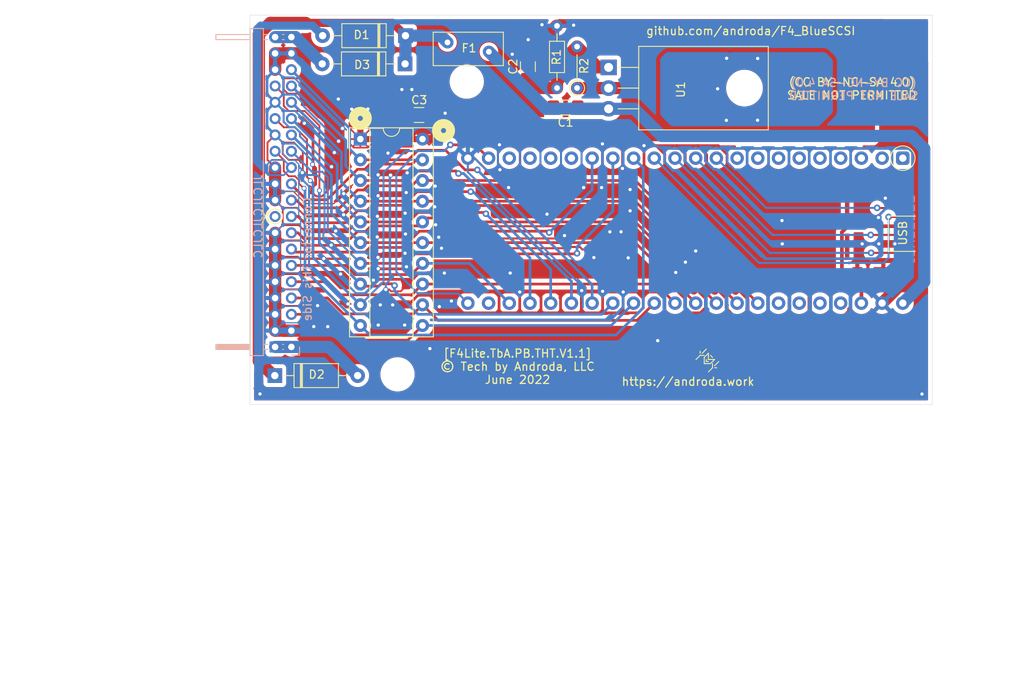
<source format=kicad_pcb>
(kicad_pcb (version 20211014) (generator pcbnew)
  (layers (0 "F.Cu" signal) (31 "B.Cu" signal) (34 "B.Paste" user) (35 "F.Paste" user) (36 "B.SilkS" user "B.Silkscreen") (37 "F.SilkS" user "F.Silkscreen") (38 "B.Mask" user) (39 "F.Mask" user) (44 "Edge.Cuts" user))
  (net 0 "")
  (net 1 "GND")
  (net 2 "VBUS")
  (net 3 "+5V")
  (net 4 "Net-(SD1-Pad1)")
  (net 5 "Net-(SD1-Pad8)")
  (net 6 "Net-(SD1-Pad9)")
  (net 7 "Net-(SD1-Pad13)")
  (net 8 "Net-(SD1-Pad12)")
  (net 9 "DB4")
  (net 10 "DB5")
  (net 11 "DB6")
  (net 12 "DB7")
  (net 13 "ATN")
  (net 14 "BSY")
  (net 15 "ACK")
  (net 16 "RST")
  (net 17 "MSG")
  (net 18 "SEL")
  (net 19 "C_D")
  (net 20 "REQ")
  (net 21 "I_O")
  (net 22 "DB0")
  (net 23 "DB1")
  (net 24 "SD_CD")
  (net 25 "SD_CLK")
  (net 26 "MISO")
  (net 27 "MOSI")
  (net 28 "DBParity")
  (net 29 "DB2")
  (net 30 "DB3")
  (net 31 "3v3")
  (net 32 "Net-(C2-Pad1)")
  (net 33 "Net-(D1-Pad2)")
  (net 34 "Net-(D2-Pad2)")
  (net 35 "Net-(D3-Pad2)")
  (net 36 "Net-(D1-Pad1)")
  (net 37 "Net-(U3-Pad41)")
  (net 38 "Net-(U3-Pad40)")
  (net 39 "Net-(U3-Pad39)")
  (net 40 "Net-(U3-Pad38)")
  (net 41 "Net-(U3-Pad24)")
  (net 42 "Net-(U3-Pad20)")
  (net 43 "Net-(U3-Pad19)")
  (net 44 "Net-(U3-Pad18)")
  (net 45 "Net-(U3-Pad17)")
  (net 46 "Net-(U3-Pad9)")
  (net 47 "Net-(U3-Pad8)")
  (net 48 "Net-(U3-Pad7)")
  (net 49 "Net-(U3-Pad6)")
  (net 50 "Net-(U3-Pad5)")
  (net 51 "Net-(U3-Pad4)")
  (net 52 "Net-(U3-Pad3)")
  (net 53 "Net-(U3-Pad2)")
  (net 54 "Net-(U3-Pad1)")
  (footprint "CustomFootprints:PowerBook_SCSI_40Pin_UpsideDown" (layer "F.Cu") (at 70.23202 100.89294 180)
    (fp_text reference "J2" hide)
    (fp_text value "PB_SCSI_HD_Pins" hide)
  )
  (footprint "CustomFootprints:microsd_molex_1051620001" (layer "F.Cu") (at 142.055 86.415 90)
    (fp_text reference "SD1" hide)
    (fp_text value "MicroSD-105162-0001")
  )
  (footprint "MountingHole:MountingHole_3.2mm_M3" (layer "F.Cu") (at 83.24596 104.25176)
    (fp_text reference "REF**" hide)
    (fp_text value "MountingHole_3.2mm_M3")
  )
  (footprint "MountingHole:MountingHole_3.2mm_M3" (layer "F.Cu") (at 91.73718 68.35394)
    (fp_text reference "REF**" hide)
    (fp_text value "MountingHole_3.2mm_M3")
  )
  (footprint "Capacitor_SMD:C_1206_3216Metric_Pad1.42x1.75mm_HandSolder" (layer "F.Cu") (at 103.852554 71.538633 180)
    (fp_text reference "C1")
    (fp_text value ">= 10uF")
  )
  (footprint "Capacitor_SMD:C_1206_3216Metric_Pad1.42x1.75mm_HandSolder" (layer "F.Cu") (at 99.233895 66.510373 90)
    (fp_text reference "C2")
    (fp_text value ">= 10uF")
  )
  (footprint "Capacitor_SMD:C_1206_3216Metric_Pad1.42x1.75mm_HandSolder" (layer "F.Cu") (at 85.88756 72.45096)
    (fp_text reference "C3")
    (fp_text value ">= 10uF")
  )
  (footprint "Diode_THT:D_A-405_P10.16mm_Horizontal" (layer "F.Cu") (at 68.19646 104.4067)
    (fp_text reference "D2")
    (fp_text value "D")
  )
  (footprint "Diode_THT:D_A-405_P10.16mm_Horizontal" (layer "F.Cu") (at 84.17306 66.1797 180)
    (fp_text reference "D3")
    (fp_text value "D")
  )
  (footprint "Resistor_THT:R_Axial_DIN0204_L3.6mm_D1.6mm_P7.62mm_Horizontal" (layer "F.Cu") (at 102.802594 69.135792 90)
    (fp_text reference "R1")
    (fp_text value "154")
  )
  (footprint "Resistor_THT:R_Axial_DIN0204_L3.6mm_D1.6mm_P5.08mm_Vertical" (layer "F.Cu") (at 105.261315 69.135793 90)
    (fp_text reference "R2")
    (fp_text value "120")
  )
  (footprint "Package_TO_SOT_THT:TO-220-3_Horizontal_TabDown" (layer "F.Cu") (at 109.134815 66.608493 -90)
    (fp_text reference "U1")
    (fp_text value "LD1117VCD-2.85")
  )
  (footprint "Package_DIP:DIP-20_W7.62mm_Socket" (layer "F.Cu") (at 78.6892 75.40244)
    (fp_text reference "U2" hide)
    (fp_text value "ActiveTerm_20DIP")
  )
  (footprint "Diode_THT:D_A-405_P10.16mm_Horizontal" (layer "F.Cu") (at 84.21878 62.72022 180)
    (fp_text reference "D1")
    (fp_text value "D")
  )
  (footprint "CustomFootprints:Fuse_BelFuse_0ZRE0005FF_L8.3mm_W3.8mm" (layer "F.Cu") (at 89.37244 63.54572)
    (fp_text reference "F1")
    (fp_text value "Fuse")
  )
  (footprint "CustomFootprints:F4Lite_Footprint" (layer "F.Cu") (at 147.7518 85.35924 -90)
    (fp_text reference "U3" hide)
    (fp_text value "F4Lite_Footprint")
  )
  (footprint "CustomFootprints:SpaceshipBug" (layer "F.Cu") (at 124.41682 102.17658 -90)
    (fp_text reference "REF**" hide)
    (fp_text value "SpaceshipBug" hide)
  )
  (gr_circle (center 88.8873 74.35342) (end 89.19718 74.39914) (layer "F.SilkS") (width 1.1) (fill none))
  (gr_circle (center 78.68158 72.8599) (end 78.99146 72.90562) (layer "F.SilkS") (width 1.1) (fill none))
  (gr_line (start 148.81352 107.94746) (end 148.81352 60.19546) (layer "Edge.Cuts") (width 0.05))
  (gr_line (start 148.81352 60.19546) (end 65.151 60.198) (layer "Edge.Cuts") (width 0.05))
  (gr_line (start 148.81352 107.94746) (end 65.151 107.95) (layer "Edge.Cuts") (width 0.05))
  (gr_line (start 65.151 60.198) (end 65.151 107.95) (layer "Edge.Cuts") (width 0.05))
  (gr_text "Connector This Side" (at 72.2 90.14 90) (layer "B.SilkS") (effects (font (size 1 1)) (justify mirror)))
  (gr_text "(CC BY-NC-SA 4.0)\nSALE NOT PERMITTED" (at 139.19 69.3) (layer "B.SilkS") (effects (font (size 1 1)) (justify mirror)))
  (gr_text "JLCJLCJLCJLC" (at 66.16954 84.85886 90) (layer "B.SilkS") (effects (font (size 1 1)) (justify mirror)))
  (gr_text "https://androda.work" (at 118.86946 105.1433) (layer "F.SilkS") (effects (font (size 1 1))))
  (gr_text "(CC BY-NC-SA 4.0)\nSALE NOT PERMITTED" (at 138.96 69.22) (layer "F.SilkS") (effects (font (size 1 1))))
  (gr_text "[F4Lite.TbA.PB.THT.V1.1]\n© Tech by Androda, LLC\nJune 2022" (at 97.96 103.3) (layer "F.SilkS") (effects (font (size 1 1))))
  (gr_text "github.com/androda/F4_BlueSCSI" (at 126.57 62.14) (layer "F.SilkS") (effects (font (size 1 1))))
  (segment (start 84.99856 69.32168) (end 83.77936 69.32168) (width 1) (layer "F.Cu") (net 1))
  (segment (start 97.06102 91.83116) (end 88.9889 91.83116) (width 0.33) (layer "F.Cu") (net 1))
  (segment (start 88.9889 91.83116) (end 85.870026 91.83116) (width 0.33) (layer "F.Cu") (net 1))
  (segment (start 106.06645 81.34745) (end 108.27371 81.34745) (width 1) (layer "F.Cu") (net 1))
  (segment (start 101.576361 84.608179) (end 99.033821 84.608179) (width 0.25) (layer "F.Cu") (net 1))
  (segment (start 103.72485 87.23743) (end 112.753298 87.23743) (width 1) (layer "F.Cu") (net 1))
  (segment (start 108.27371 81.34745) (end 112.036702 81.34745) (width 1) (layer "F.Cu") (net 1))
  (segment (start 110.83163 79.00289) (end 110.841801 78.992719) (width 0.33) (layer "F.Cu") (net 1))
  (segment (start 111.76508 91.83116) (end 97.06102 91.83116) (width 0.33) (layer "F.Cu") (net 1))
  (segment (start 110.91926 94.15526) (end 110.91926 94.15526) (width 0.33) (layer "F.Cu") (net 1))
  (segment (start 98.23196 94.15526) (end 95.70212 94.15526) (width 0.33) (layer "F.Cu") (net 1))
  (segment (start 118.550204 90.494336) (end 119.470468 91.4146) (width 1) (layer "F.Cu") (net 1))
  (segment (start 117.366038 91.759782) (end 119.57304 93.966785) (width 1) (layer "F.Cu") (net 1))
  (segment (start 119.812286 89.123034) (end 124.683491 93.994239) (width 1) (layer "F.Cu") (net 1))
  (segment (start 110.659401 86.772259) (end 112.378514 86.772259) (width 1) (layer "F.Cu") (net 1))
  (segment (start 109.287801 86.772259) (end 104.204279 86.772259) (width 0.25) (layer "F.Cu") (net 1))
  (segment (start 89.855819 95.264461) (end 91.300599 96.709241) (width 0.33) (layer "F.Cu") (net 1))
  (segment (start 95.74657 76.10221) (end 95.561801 76.286979) (width 0.25) (layer "F.Cu") (net 1))
  (segment (start 104.841508 61.437052) (end 102.881334 61.437052) (width 0.2) (layer "F.Cu") (net 1))
  (segment (start 75.1078 88.4047) (end 77.39126 88.4047) (width 0.22) (layer "F.Cu") (net 1))
  (segment (start 76.260739 91.957939) (end 77.38618 93.08338) (width 0.22) (layer "F.Cu") (net 1))
  (segment (start 77.16774 95.6183) (end 77.4954 95.6183) (width 0.22) (layer "F.Cu") (net 1))
  (segment (start 76.63561 84.68487) (end 77.709219 83.611261) (width 0.22) (layer "F.Cu") (net 1))
  (segment (start 76.64577 82.09407) (end 77.74686 80.99298) (width 0.14) (layer "F.Cu") (net 1))
  (segment (start 108.37418 78.74762) (end 108.88726 79.2607) (width 0.33) (layer "F.Cu") (net 1))
  (segment (start 98.23196 94.15526) (end 98.23196 94.15526) (width 0.33) (layer "F.Cu") (net 1))
  (segment (start 123.541801 94.948039) (end 113.201941 84.608179) (width 0.33) (layer "F.Cu") (net 1))
  (segment (start 74.2 90.06) (end 71.26 90.06) (width 0.22) (layer "F.Cu") (net 1))
  (segment (start 112.763001 96.709241) (end 110.223001 96.709241) (width 0.33) (layer "F.Cu") (net 1))
  (segment (start 112.00779 86.42745) (end 102.951461 86.42745) (width 1) (layer "F.Cu") (net 1))
  (segment (start 73.76668 72.41032) (end 81.929542 72.41032) (width 1) (layer "F.Cu") (net 1))
  (segment (start 95.64991 83.88745) (end 112.036702 83.88745) (width 1) (layer "F.Cu") (net 1))
  (segment (start 69.167021 83.827941) (end 69.167021 85.957939) (width 0.22) (layer "F.Cu") (net 1))
  (segment (start 136.401799 94.453721) (end 136.401799 96.617801) (width 0.33) (layer "F.Cu") (net 1))
  (segment (start 70.23202 98.89294) (end 71.92322 98.89294) (width 1.5) (layer "F.Cu") (net 1))
  (segment (start 68.23202 97.847534) (end 69.277426 98.89294) (width 1.5) (layer "F.Cu") (net 1))
  (segment (start 108.39704 96.52508) (end 108.212879 96.709241) (width 0.33) (layer "F.Cu") (net 1))
  (segment (start 69.167021 87.827941) (end 71.367127 87.827941) (width 0.22) (layer "F.Cu") (net 1))
  (segment (start 68.23202 86.89294) (end 69.167021 87.827941) (width 0.22) (layer "F.Cu") (net 1))
  (segment (start 112.218359 81.084597) (end 88.417223 81.084597) (width 0.33) (layer "F.Cu") (net 1))
  (segment (start 67.297019 75.827941) (end 67.297019 77.957939) (width 0.22) (layer "F.Cu") (net 1))
  (segment (start 100.841799 96.597459) (end 100.953581 96.709241) (width 0.33) (layer "F.Cu") (net 1))
  (segment (start 68.23202 98.89294) (end 70.23202 98.89294) (width 1.5) (layer "F.Cu") (net 1))
  (segment (start 69.167021 85.957939) (end 68.23202 86.89294) (width 0.22) (layer "F.Cu") (net 1))
  (segment (start 133.701801 96.899719) (end 133.701801 94.430839) (width 0.33) (layer "F.Cu") (net 1))
  (segment (start 127.20574 99.79406) (end 126.241799 98.830119) (width 0.33) (layer "F.Cu") (net 1))
  (segment (start 100.953581 96.709241) (end 103.237041 96.709241) (width 0.33) (layer "F.Cu") (net 1))
  (segment (start 105.78592 96.677502) (end 105.817659 96.709241) (width 0.33) (layer "F.Cu") (net 1))
  (segment (start 123.6599 77.286138) (end 123.6599 79.1972) (width 0.33) (layer "F.Cu") (net 1))
  (segment (start 120.038842 76.20508) (end 121.161799 77.328037) (width 0.33) (layer "F.Cu") (net 1))
  (segment (start 73.40854 95.8596) (end 73.44156 95.82658) (width 0.22) (layer "F.Cu") (net 1))
  (segment (start 100.841799 94.176861) (end 100.841799 96.597459) (width 0.33) (layer "F.Cu") (net 1))
  (segment (start 141.863612 61.515792) (end 109.574235 61.515792) (width 0.2) (layer "F.Cu") (net 1))
  (segment (start 71.63054 80.447542) (end 71.63054 80.30972) (width 0.14) (layer "F.Cu") (net 1))
  (segment (start 113.201941 84.608179) (end 112.146212 83.55245) (width 0.33) (layer "F.Cu") (net 1))
  (segment (start 83.77936 70.560502) (end 83.77936 69.32168) (width 1) (layer "F.Cu") (net 1))
  (segment (start 73.44156 95.82658) (end 74.16038 95.82658) (width 0.33) (layer "F.Cu") (net 1))
  (segment (start 71.8693 84.80044) (end 76.52004 84.80044) (width 0.22) (layer "F.Cu") (net 1))
  (segment (start 110.91926 94.15526) (end 112.589022 94.15526) (width 0.33) (layer "F.Cu") (net 1))
  (segment (start 95.70212 94.15526) (end 90.03538 94.15526) (width 0.33) (layer "F.Cu") (net 1))
  (segment (start 73.08 79.54) (end 73.08 80.19) (width 0.22) (layer "F.Cu") (net 1))
  (segment (start 79.679342 89.90838) (end 79.747922 89.97696) (width 0.33) (layer "F.Cu") (net 1))
  (segment (start 95.179061 84.608179) (end 95.179061 84.026059) (width 1) (layer "F.Cu") (net 1))
  (segment (start 72.66686 81.81086) (end 72.66686 81.28762) (width 0.22) (layer "F.Cu") (net 1))
  (segment (start 84.99856 69.32168) (end 84.99856 70.07446) (width 0.2) (layer "F.Cu") (net 1))
  (segment (start 73.14 81.02) (end 73.16678 81.04678) (width 0.22) (layer "F.Cu") (net 1))
  (segment (start 89.148797 94.557439) (end 89.855819 95.264461) (width 0.33) (layer "F.Cu") (net 1))
  (segment (start 68.23202 80.89294) (end 69.127021 81.787941) (width 0.14) (layer "F.Cu") (net 1))
  (segment (start 119.563852 91.4146) (end 122.143491 93.994239) (width 1) (layer "F.Cu") (net 1))
  (segment (start 86.868401 94.347441) (end 86.658861 94.347441) (width 0.33) (layer "F.Cu") (net 1))
  (segment (start 69.167021 87.957939) (end 69.167021 87.827941) (width 0.22) (layer "F.Cu") (net 1))
  (segment (start 75.66 86.66734) (end 77.10932 86.66734) (width 0.22) (layer "F.Cu") (net 1))
  (segment (start 69.19868 95.8596) (end 69.26536 95.8596) (width 0.22) (layer "F.Cu") (net 1))
  (segment (start 97.81794 79.34198) (end 98.2853 78.87462) (width 0.25) (layer "F.Cu") (net 1))
  (segment (start 105.78592 94.15526) (end 103.16718 94.15526) (width 0.33) (layer "F.Cu") (net 1))
  (segment (start 80.382221 92.597779) (end 80.28 92.7) (width 0.33) (layer "F.Cu") (net 1))
  (segment (start 102.365054 71.538633) (end 96.508475 71.538633) (width 1.5) (layer "F.Cu") (net 1))
  (segment (start 112.352599 86.772259) (end 112.00779 86.42745) (width 1) (layer "F.Cu") (net 1))
  (segment (start 103.237041 94.963279) (end 103.237041 96.709241) (width 0.33) (layer "F.Cu") (net 1))
  (segment (start 112.146212 83.55245) (end 88.96858 83.55245) (width 0.33) (layer "F.Cu") (net 1))
  (segment (start 113.203211 82.069449) (end 112.273571 82.069449) (width 0.25) (layer "F.Cu") (net 1))
  (segment (start 80.85328 89.90838) (end 79.679342 89.90838) (width 0.33) (layer "F.Cu") (net 1))
  (segment (start 68.23202 66.89294) (end 68.23202 64.89294) (width 1.5) (layer "F.Cu") (net 1))
  (segment (start 82.232584 93.85046) (end 82.454905 94.072781) (width 0.22) (layer "F.Cu") (net 1))
  (segment (start 104.42176 88.78824) (end 104.58 88.63) (width 0.25) (layer "F.Cu") (net 1))
  (segment (start 69.167021 75.827941) (end 69.167021 77.211743) (width 0.22) (layer "F.Cu") (net 1))
  (segment (start 79.732682 87.42172) (end 84.44992 87.42172) (width 0.33) (layer "F.Cu") (net 1))
  (segment (start 68.23202 66.89294) (end 69.297019 67.957939) (width 0.22) (layer "F.Cu") (net 1))
  (segment (start 69.297019 67.957939) (end 71.346299 67.957939) (width 0.22) (layer "F.Cu") (net 1))
  (segment (start 69.783219 69.827941) (end 71.390979 69.827941) (width 0.22) (layer "F.Cu") (net 1))
  (segment (start 68.23202 92.89294) (end 69.167021 93.827941) (width 0.22) (layer "F.Cu") (net 1))
  (segment (start 68.23202 92.89294) (end 69.167021 91.957939) (width 0.22) (layer "F.Cu") (net 1))
  (segment (start 80.488379 99.427441) (end 77.761241 99.427441) (width 0.33) (layer "F.Cu") (net 1))
  (segment (start 98.2853 78.87462) (end 98.2853 76.40574) (width 0.25) (layer "F.Cu") (net 1))
  (segment (start 97.621655 65.022873) (end 96.046195 66.598333) (width 1.5) (layer "F.Cu") (net 1))
  (segment (start 133.28904 97.31248) (end 133.701801 96.899719) (width 0.33) (layer "F.Cu") (net 1))
  (segment (start 71.63054 80.30972) (end 71.63054 76.907658) (width 0.22) (layer "F.Cu") (net 1))
  (segment (start 74.200435 93.827941) (end 75.990794 95.6183) (width 0.22) (layer "F.Cu") (net 1))
  (segment (start 95.8596 75.98918) (end 95.74657 76.10221) (width 0.25) (layer "F.Cu") (net 1))
  (segment (start 81.80832 93.85046) (end 82.232584 93.85046) (width 0.22) (layer "F.Cu") (net 1))
  (segment (start 68.23202 96.89294) (end 68.23202 97.847534) (width 1.5) (layer "F.Cu") (net 1))
  (segment (start 85.749999 94.557439) (end 89.148797 94.557439) (width 0.33) (layer "F.Cu") (net 1))
  (segment (start 103.16718 94.15526) (end 100.8634 94.15526) (width 0.33) (layer "F.Cu") (net 1))
  (segment (start 68.23202 78.89294) (end 68.23202 82.89294) (width 1.5) (layer "F.Cu") (net 1))
  (segment (start 82.117502 72.22236) (end 81.929542 72.41032) (width 1) (layer "F.Cu") (net 1))
  (segment (start 112.664047 84.608179) (end 118.550204 90.494336) (width 1) (layer "F.Cu") (net 1))
  (segment (start 110.841801 78.992719) (end 110.841801 76.069201) (width 0.33) (layer "F.Cu") (net 1))
  (segment (start 81.44 89.4) (end 84.17 89.4) (width 0.33) (layer "F.Cu") (net 1))
  (segment (start 108.37418 75.98918) (end 95.8596 75.98918) (width 0.25) (layer "F.Cu") (net 1))
  (segment (start 104.58 88.63) (end 105.61 88.63) (width 0.25) (layer "F.Cu") (net 1))
  (segment (start 68.23202 90.89294) (end 69.167021 89.957939) (width 0.22) (layer "F.Cu") (net 1))
  (segment (start 112.036702 81.34745) (end 119.812286 89.123034) (width 1) (layer "F.Cu") (net 1))
  (segment (start 138.29284 93.74378) (end 138.781801 94.232741) (width 0.33) (layer "F.Cu") (net 1))
  (segment (start 111.47185 82.15743) (end 93.33597 82.15743) (width 1) (layer "F.Cu") (net 1))
  (segment (start 72.308299 81.125301) (end 71.63054 80.447542) (width 0.14) (layer "F.Cu") (net 1))
  (segment (start 143.07566 61.59754) (end 143.07566 61.63564) (width 1.5) (layer "F.Cu") (net 1))
  (segment (start 118.461801 96.090441) (end 118.461801 94.948039) (width 0.33) (layer "F.Cu") (net 1))
  (segment (start 83.628405 94.072781) (end 85.103407 92.597779) (width 0.22) (layer "F.Cu") (net 1))
  (segment (start 109.574235 61.515792) (end 109.495495 61.437052) (width 0.2) (layer "F.Cu") (net 1))
  (segment (start 87.96105 83.55245) (end 87.80526 83.70824) (width 0.25) (layer "F.Cu") (net 1))
  (segment (start 69.277426 98.89294) (end 70.23202 98.89294) (width 1.5) (layer "F.Cu") (net 1))
  (segment (start 103.122166 61.19622) (end 142.63624 61.19622) (width 1) (layer "F.Cu") (net 1))
  (segment (start 113.203211 82.069449) (end 112.218359 81.084597) (width 0.33) (layer "F.Cu") (net 1))
  (segment (start 73.14 80.29) (end 73.14 81.02) (width 0.22) (layer "F.Cu") (net 1))
  (segment (start 74.16038 95.82658) (end 77.761241 99.427441) (width 0.33) (layer "F.Cu") (net 1))
  (segment (start 69.167021 83.827941) (end 70.896801 83.827941) (width 0.22) (layer "F.Cu") (net 1))
  (segment (start 120.038842 76.20508) (end 122.578842 76.20508) (width 0.33) (layer "F.Cu") (net 1))
  (segment (start 122.578842 76.20508) (end 123.6599 77.286138) (width 0.33) (layer "F.Cu") (net 1))
  (segment (start 79.719982 84.86902) (end 79.750462 84.8995) (width 0.33) (layer "F.Cu") (net 1))
  (segment (start 127.2032 101.96322) (end 124.33458 101.96322) (width 0.33) (layer "F.Cu") (net 1))
  (segment (start 69.297019 91.957939) (end 76.260739 91.957939) (width 0.22) (layer "F.Cu") (net 1))
  (segment (start 77.912141 99.362441) (end 81.272199 99.362441) (width 0.2) (layer "F.Cu") (net 1))
  (segment (start 68.23202 74.89294) (end 67.297019 75.827941) (width 0.22) (layer "F.Cu") (net 1))
  (segment (start 103.87584 88.78824) (end 104.42176 88.78824) (width 0.25) (layer "F.Cu") (net 1))
  (segment (start 131.26466 94.25178) (end 131.26466 96.75114) (width 0.33) (layer "F.Cu") (net 1))
  (segment (start 110.91926 94.15526) (end 105.78592 94.15526) (width 0.33) (layer "F.Cu") (net 1))
  (segment (start 68.23202 88.89294) (end 69.167021 87.957939) (width 0.22) (layer "F.Cu") (net 1))
  (segment (start 100.8634 94.15526) (end 100.841799 94.176861) (width 0.33) (layer "F.Cu") (net 1))
  (segment (start 142.6718 95.51924) (end 147.56384 90.6272) (width 1.5) (layer "F.Cu") (net 1))
  (segment (start 68.23202 88.89294) (end 69.167021 89.827941) (width 0.22) (layer "F.Cu") (net 1))
  (segment (start 127.20574 99.79406) (end 123.541801 96.130121) (width 0.33) (layer "F.Cu") (net 1))
  (segment (start 121.001801 96.090441) (end 121.001801 94.948039) (width 0.33) (layer "F.Cu") (net 1))
  (segment (start 114.958842 76.20508) (end 116.01704 77.263278) (width 0.33) (layer "F.Cu") (net 1))
  (segment (start 75.66 86.66734) (end 71.85914 86.66734) (width 0.22) (layer "F.Cu") (net 1))
  (segment (start 102.802594 61.515792) (end 103.122166 61.19622) (width 1) (layer "F.Cu") (net 1))
  (segment (start 104.204279 86.772259) (end 110.659401 86.772259) (width 1) (layer "F.Cu") (net 1))
  (segment (start 113.726451 87.672689) (end 112.658227 87.672689) (width 0.25) (layer "F.Cu") (net 1))
  (segment (start 129.63868 99.35248) (end 129.63868 99.78452) (width 0.33) (layer "F.Cu") (net 1))
  (segment (start 113.381801 96.090441) (end 112.763001 96.709241) (width 0.33) (layer "F.Cu") (net 1))
  (segment (start 80.86344 79.78902) (end 84.528872 79.78902) (width 0.33) (layer "F.Cu") (net 1))
  (segment (start 68.23202 90.89294) (end 69.297019 91.957939) (width 0.22) (layer "F.Cu") (net 1))
  (segment (start 102.951461 87.23743) (end 103.72485 87.23743) (width 1) (layer "F.Cu") (net 1))
  (segment (start 71.366459 70.363001) (end 71.366459 70.487619) (width 0.22) (layer "F.Cu") (net 1))
  (segment (start 137.11174 93.74378) (end 136.66724 94.18828) (width 0.33) (layer "F.Cu") (net 1))
  (segment (start 95.70212 94.15526) (end 95.70212 96.64954) (width 0.33) (layer "F.Cu") (net 1))
  (segment (start 69.286066 64.8843) (end 71.52132 64.8843) (width 1.5) (layer "F.Cu") (net 1))
  (segment (start 69.167021 89.957939) (end 69.167021 89.827941) (width 0.22) (layer "F.Cu") (net 1))
  (segment (start 69.902798 77.94752) (end 71.49592 77.94752) (width 0.22) (layer "F.Cu") (net 1))
  (segment (start 113.4745 76.20508) (end 113.4745 78.79588) (width 0.33) (layer "F.Cu") (net 1))
  (segment (start 117.498842 76.20508) (end 120.038842 76.20508) (width 0.33) (layer "F.Cu") (net 1))
  (segment (start 138.781801 95.999484) (end 138.56716 96.214125) (width 0.33) (layer "F.Cu") (net 1))
  (segment (start 78.77048 107.15498) (end 78.46568 107.15498) (width 0.33) (layer "F.Cu") (net 1))
  (segment (start 136.66724 94.18828) (end 136.401799 94.453721) (width 0.33) (layer "F.Cu") (net 1))
  (segment (start 73.16678 81.04678) (end 72.92594 81.28762) (width 0.22) (layer "F.Cu") (net 1))
  (segment (start 102.881334 61.437052) (end 102.802594 61.515792) (width 0.2) (layer "F.Cu") (net 1))
  (segment (start 77.10932 86.66734) (end 77.69098 86.08568) (width 0.22) (layer "F.Cu") (net 1))
  (segment (start 124.33458 101.96322) (end 118.461801 96.090441) (width 0.33) (layer "F.Cu") (net 1))
  (segment (start 126.241799 98.830119) (end 126.241799 95.108037) (width 0.33) (layer "F.Cu") (net 1))
  (segment (start 71.63054 76.907658) (end 70.550823 75.827941) (width 0.22) (layer "F.Cu") (net 1))
  (segment (start 68.23202 96.89294) (end 69.26536 95.8596) (width 0.22) (layer "F.Cu") (net 1))
  (segment (start 72.826111 78.509629) (end 72.826111 75.213711) (width 0.22) (layer "F.Cu") (net 1))
  (segment (start 110.57382 79.2607) (end 110.83163 79.00289) (width 0.33) (layer "F.Cu") (net 1))
  (segment (start 71.9709 83.31454) (end 75.4253 83.31454) (width 0.14) (layer "F.Cu") (net 1))
  (segment (start 108.39704 94.0689) (end 108.39704 96.52508) (width 0.33) (layer "F.Cu") (net 1))
  (segment (start 95.511301 84.026059) (end 95.64991 83.88745) (width 1) (layer "F.Cu") (net 1))
  (segment (start 112.573459 87.587921) (end 88.217841 87.587921) (width 0.25) (layer "F.Cu") (net 1))
  (segment (start 73.08 78.763518) (end 73.08 79.54) (width 0.22) (layer "F.Cu") (net 1))
  (segment (start 93.33597 82.15743) (end 93.315339 82.136799) (width 1) (layer "F.Cu") (net 1))
  (segment (start 91.300599 96.709241) (end 95.761821 96.709241) (width 0.33) (layer "F.Cu") (net 1))
  (segment (start 118.461801 94.948039) (end 115.344922 91.83116) (width 0.33) (layer "F.Cu") (net 1))
  (segment (start 102.740976 61.515792) (end 99.233895 65.022873) (width 1.5) (layer "F.Cu") (net 1))
  (segment (start 138.781801 94.232741) (end 138.781801 95.999484) (width 0.33) (layer "F.Cu") (net 1))
  (segment (start 73.272721 82.416721) (end 72.66686 81.81086) (width 0.22) (layer "F.Cu") (net 1))
  (segment (start 75.990794 95.6183) (end 77.16774 95.6183) (width 0.22) (layer "F.Cu") (net 1))
  (segment (start 80.86344 82.34934) (end 79.740302 82.34934) (width 0.33) (layer "F.Cu") (net 1))
  (segment (start 118.5291 77.235338) (end 118.5291 78.74762) (width 0.33) (layer "F.Cu") (net 1))
  (segment (start 68.23202 66.89294) (end 68.23202 65.938346) (width 1.5) (layer "F.Cu") (net 1))
  (segment (start 73.265901 78.949419) (end 73.265901 80.947659) (width 0.22) (layer "F.Cu") (net 1))
  (segment (start 121.161799 77.328037) (end 121.161799 79.053679) (width 0.33) (layer "F.Cu") (net 1))
  (segment (start 147.56384 66.08572) (end 143.07566 61.59754) (width 1.5) (layer "F.Cu") (net 1))
  (segment (start 115.344922 91.83116) (end 111.76508 91.83116) (width 0.33) (layer "F.Cu") (net 1))
  (segment (start 73.18988 71.83352) (end 71.987001 70.630641) (width 0.22) (layer "F.Cu") (net 1))
  (segment (start 137.11174 93.74378) (end 138.29284 93.74378) (width 0.33) (layer "F.Cu") (net 1))
  (segment (start 105.61 88.63) (end 105.95 88.97) (width 0.25) (layer "F.Cu") (net 1))
  (segment (start 103.16718 94.893418) (end 103.237041 94.963279) (width 0.33) (layer "F.Cu") (net 1))
  (segment (start 112.273571 82.069449) (end 100.754671 82.069449) (width 0.25) (layer "F.Cu") (net 1))
  (segment (start 99.033821 84.608179) (end 112.664047 84.608179) (width 1) (layer "F.Cu") (net 1))
  (segment (start 72.66686 81.27746) (end 72.514701 81.125301) (width 0.14) (layer "F.Cu") (net 1))
  (segment (start 96.09836 79.34198) (end 97.81794 79.34198) (width 0.25) (layer "F.Cu") (net 1))
  (segment (start 70.896801 83.827941) (end 71.8693 84.80044) (width 0.22) (layer "F.Cu") (net 1))
  (segment (start 68.23202 65.938346) (end 69.286066 64.8843) (width 1.5) (layer "F.Cu") (net 1))
  (segment (start 68.23202 94.89294) (end 69.167021 93.957939) (width 0.22) (layer "F.Cu") (net 1))
  (segment (start 76.18244 71.83352) (end 72.55532 71.83352) (width 0.22) (layer "F.Cu") (net 1))
  (segment (start 80.85328 89.90838) (end 80.93162 89.90838) (width 0.33) (layer "F.Cu") (net 1))
  (segment (start 69.127021 81.787941) (end 70.444301 81.787941) (width 0.14) (layer "F.Cu") (net 1))
  (segment (start 80.86344 82.34934) (end 84.385732 82.34934) (width 0.33) (layer "F.Cu") (net 1))
  (segment (start 70.444301 81.787941) (end 71.9709 83.31454) (width 0.14) (layer "F.Cu") (net 1))
  (segment (start 69.26536 95.8596) (end 73.40854 95.8596) (width 0.22) (layer "F.Cu") (net 1))
  (segment (start 79.750462 84.8995) (end 84.498392 84.8995) (width 0.33) (layer "F.Cu") (net 1))
  (segment (start 102.740976 61.515791) (end 99.233894 65.022873) (width 1) (layer "F.Cu") (net 1))
  (segment (start 102.802594 61.515792) (end 102.740976 61.515792) (width 1.5) (layer "F.Cu") (net 1))
  (segment (start 100.8634 94.15526) (end 98.23196 94.15526) (width 0.33) (layer "F.Cu") (net 1))
  (segment (start 131.84632 93.67012) (end 131.26466 94.25178) (width 0.33) (layer "F.Cu") (net 1))
  (segment (start 109.495494 61.437052) (end 104.841508 61.437052) (width 0.2) (layer "F.Cu") (net 1))
  (segment (start 86.658861 94.347441) (end 85.893745 94.347441) (width 0.33) (layer "F.Cu") (net 1))
  (segment (start 81.272199 99.362441) (end 82.83956 97.79508) (width 0.2) (layer "F.Cu") (net 1))
  (segment (start 79.760622 91.29522) (end 79.780942 91.31554) (width 0.33) (layer "F.Cu") (net 1))
  (segment (start 142.63624 61.19622) (end 143.07566 61.63564) (width 1) (layer "F.Cu") (net 1))
  (segment (start 110.91926 94.15526) (end 110.91926 96.51492) (width 0.33) (layer "F.Cu") (net 1))
  (segment (start 99.233895 65.022873) (end 97.621655 65.022873) (width 1.5) (layer "F.Cu") (net 1))
  (segment (start 69.167021 91.957939) (end 69.297019 91.957939) (width 0.22) (layer "F.Cu") (net 1))
  (segment (start 119.240599 96.709241) (end 120.383001 96.709241) (width 0.33) (layer "F.Cu") (net 1))
  (segment (start 112.826021 86.772259) (end 112.146212 86.09245) (width 0.33) (layer "F.Cu") (net 1))
  (segment (start 111.559831 82.069449) (end 111.47185 82.15743) (width 1) (layer "F.Cu") (net 1))
  (segment (start 69.167021 93.827941) (end 74.200435 93.827941) (width 0.22) (layer "F.Cu") (net 1))
  (segment (start 108.37418 75.98918) (end 108.37418 78.74762) (width 0.33) (layer "F.Cu") (net 1))
  (segment (start 70.550823 75.827941) (end 69.167021 75.827941) (width 0.22) (layer "F.Cu") (net 1))
  (segment (start 95.179061 84.026059) (end 95.511301 84.026059) (width 1) (layer "F.Cu") (net 1))
  (segment (start 95.179061 84.026059) (end 95.040452 83.88745) (width 1) (layer "F.Cu") (net 1))
  (segment (start 112.378514 86.772259) (end 117.366038 91.759782) (width 1) (layer "F.Cu") (net 1))
  (segment (start 102.951461 86.42745) (end 102.951461 87.23743) (width 1) (layer "F.Cu") (net 1))
  (segment (start 112.146212 86.09245) (end 87.88485 86.09245) (width 0.25) (layer "F.Cu") (net 1))
  (segment (start 138.56716 96.214125) (end 138.56716 96.47936) (width 0.33) (layer "F.Cu") (net 1))
  (segment (start 138.56716 96.47936) (end 138.21664 96.82988) (width 0.33) (layer "F.Cu") (net 1))
  (segment (start 68.23202 64.89294) (end 70.23202 64.89294) (width 1.5) (layer "F.Cu") (net 1))
  (segment (start 112.589022 94.15526) (end 115.129022 94.15526) (width 0.33) (layer "F.Cu") (net 1))
  (segment (start 69.167021 93.957939) (end 69.167021 93.827941) (width 0.22) (layer "F.Cu") (net 1))
  (segment (start 87.947323 81.084597) (end 87.86114 81.17078) (width 0.25) (layer "F.Cu") (net 1))
  (segment (start 81.929542 72.41032) (end 83.77936 70.560502) (width 1) (layer "F.Cu") (net 1))
  (segment (start 87.060582 94.15526) (end 86.868401 94.347441) (width 0.33) (layer "F.Cu") (net 1))
  (segment (start 71.366459 70.363001) (end 71.719361 70.363001) (width 0.22) (layer "F.Cu") (net 1))
  (segment (start 85.870026 91.83116) (end 85.103407 92.597779) (width 0.33) (layer "F.Cu") (net 1))
  (segment (start 72.826111 78.509629) (end 73.08 78.763518) (width 0.22) (layer "F.Cu") (net 1))
  (segment (start 85.103407 92.597779) (end 80.382221 92.597779) (width 0.33) (layer "F.Cu") (net 1))
  (segment (start 119.470468 91.4146) (end 119.563852 91.4146) (width 1) (layer "F.Cu") (net 1))
  (segment (start 90.03538 94.15526) (end 87.060582 94.15526) (width 0.33) (layer "F.Cu") (net 1))
  (segment (start 80.88122 98.2091) (end 80.88122 99.0346) (width 0.33) (layer "F.Cu") (net 1))
  (segment (start 69.167021 75.827941) (end 68.23202 74.89294) (width 0.22) (layer "F.Cu") (net 1))
  (segment (start 115.921801 94.948039) (end 115.921801 96.617779) (width 0.33) (layer "F.Cu") (net 1))
  (segment (start 117.498842 76.20508) (end 118.5291 77.235338) (width 0.33) (layer "F.Cu") (net 1))
  (segment (start 80.93162 89.90838) (end 81.44 89.4) (width 0.33) (layer "F.Cu") (net 1))
  (segment (start 69.167021 77.211743) (end 69.902798 77.94752) (width 0.22) (layer "F.Cu") (net 1))
  (segment (start 95.561801 78.805421) (end 96.09836 79.34198) (width 0.25) (layer "F.Cu") (net 1))
  (segment (start 147.56384 90.6272) (end 147.56384 66.08572) (width 1.5) (layer "F.Cu") (net 1))
  (segment (start 80.88122 99.0346) (end 80.488379 99.427441) (width 0.33) (layer "F.Cu") (net 1))
  (segment (start 112.589022 94.15526) (end 113.381801 94.948039) (width 0.33) (layer "F.Cu") (net 1))
  (segment (start 71.26 90.06) (end 71.027941 89.827941) (width 0.22) (layer "F.Cu") (net 1))
  (segment (start 71.149739 85.957939) (end 69.167021 85.957939) (width 0.22) (layer "F.Cu") (net 1))
  (segment (start 68.23202 94.89294) (end 69.19868 95.8596) (width 0.22) (layer "F.Cu") (net 1))
  (segment (start 92.709798 77.73924) (end 94.147438 79.17688) (width 0.25) (layer "F.Cu") (net 1))
  (segment (start 72.66686 81.28762) (end 72.66686 81.27746) (width 0.14) (layer "F.Cu") (net 1))
  (segment (start 68.23202 86.89294) (end 68.23202 98.89294) (width 1.5) (layer "F.Cu") (net 1))
  (segment (start 71.987001 70.630641) (end 73.76668 72.41032) (width 1) (layer "F.Cu") (net 1))
  (segment (start 95.761821 96.709241) (end 100.953581 96.709241) (width 0.33) (layer "F.Cu") (net 1))
  (segment (start 123.541801 96.130121) (end 123.541801 94.948039) (width 0.33) (layer "F.Cu") (net 1))
  (segment (start 88.63838 88.78824) (end 103.87584 88.78824) (width 0.25) (layer "F.Cu") (net 1))
  (segment (start 71.943886 88.4047) (end 75.1078 88.4047) (width 0.22) (layer "F.Cu") (net 1))
  (segment (start 105.817659 96.709241) (end 108.212879 96.709241) (width 0.33) (layer "F.Cu") (net 1))
  (segment (start 71.027941 89.827941) (end 69.167021 89.827941) (width 0.22) (layer "F.Cu") (net 1))
  (segment (start 67.297019 77.957939) (end 68.23202 78.89294) (width 0.22) (layer "F.Cu") (net 1))
  (segment (start 73.311579 82.416721) (end 73.993181 82.416721) (width 0.22) (layer "F.Cu") (net 1))
  (segment (start 108.59008 76.20508) (end 108.37418 75.98918) (width 0.33) (layer "F.Cu") (net 1))
  (segment (start 71.85914 86.66734) (end 71.149739 85.957939) (width 0.22) (layer "F.Cu") (net 1))
  (segment (start 71.366459 70.487619) (end 71.48068 70.60184) (width 0.22) (layer "F.Cu") (net 1))
  (segment (start 108.88726 79.2607) (end 110.57382 79.2607) (width 0.33) (layer "F.Cu") (net 1))
  (segment (start 120.383001 96.709241) (end 121.001801 96.090441) (width 0.33) (layer "F.Cu") (net 1))
  (segment (start 102.365054 71.538632) (end 96.508475 71.538633) (width 1) (layer "F.Cu") (net 1))
  (segment (start 121.001801 94.948039) (end 113.726451 87.672689) (width 0.33) (layer "F.Cu") (net 1))
  (segment (start 82.454905 94.072781) (end 83.628405 94.072781) (width 0.22) (layer "F.Cu") (net 1))
  (segment (start 116.01704 77.263278) (end 116.01704 78.96606) (width 0.33) (layer "F.Cu") (net 1))
  (segment (start 113.726451 87.672689) (end 112.826021 86.772259) (width 0.33) (layer "F.Cu") (net 1))
  (segment (start 66.37782 106.65714) (end 65.70726 105.98658) (width 0.25) (layer "F.Cu") (net 1))
  (segment (start 95.561801 76.286979) (end 95.561801 78.805421) (width 0.25) (layer "F.Cu") (net 1))
  (segment (start 72.514701 81.125301) (end 72.308299 81.125301) (width 0.14) (layer "F.Cu") (net 1))
  (segment (start 79.780942 91.31554) (end 84.886554 91.31554) (width 0.33) (layer "F.Cu") (net 1))
  (segment (start 73.257859 82.363001) (end 73.311579 82.416721) (width 0.22) (layer "F.Cu") (net 1))
  (segment (start 93.315339 82.136799) (end 93.315339 81.34745) (width 1) (layer "F.Cu") (net 1))
  (segment (start 80.86344 79.78902) (end 79.719982 79.78902) (width 0.33) (layer "F.Cu") (net 1))
  (segment (start 99.033821 84.608179) (end 95.179061 84.608179) (width 1) (layer "F.Cu") (net 1))
  (segment (start 103.237041 96.709241) (end 105.817659 96.709241) (width 0.33) (layer "F.Cu") (net 1))
  (segment (start 112.273571 82.069449) (end 111.559831 82.069449) (width 1) (layer "F.Cu") (net 1))
  (segment (start 91.8718 77.73924) (end 92.709798 77.73924) (width 0.25) (layer "F.Cu") (net 1))
  (segment (start 122.325418 99.79406) (end 119.240599 96.709241) (width 0.33) (layer "F.Cu") (net 1))
  (segment (start 96.046195 66.598333) (end 96.046195 71.076353) (width 1.5) (layer "F.Cu") (net 1))
  (segment (start 75.4253 83.31454) (end 76.64577 82.09407) (width 0.14) (layer "F.Cu") (net 1))
  (segment (start 103.16718 94.15526) (end 103.16718 94.893418) (width 0.33) (layer "F.Cu") (net 1))
  (segment (start 86.658861 94.347441) (end 89.045639 94.347441) (width 0.33) (layer "F.Cu") (net 1))
  (segment (start 98.23196 94.15526) (end 98.23196 96.49206) (width 0.33) (layer "F.Cu") (net 1))
  (segment (start 113.4745 76.20508) (end 114.958842 76.20508) (width 0.33) (layer "F.Cu") (net 1))
  (segment (start 85.893745 94.347441) (end 85.765763 94.475423) (width 0.33) (layer "F.Cu") (net 1))
  (segment (start 69.297019 69.341741) (end 69.783219 69.827941) (width 0.22) (layer "F.Cu") (net 1))
  (segment (start 72.826111 75.213711) (end 71.060581 73.448181) (width 0.22) (layer "F.Cu") (net 1))
  (segment (start 71.719361 70.363001) (end 71.987001 70.630641) (width 0.22) (layer "F.Cu") (net 1))
  (segment (start 80.75676 87.39886) (end 79.709822 87.39886) (width 0.33) (layer "F.Cu") (net 1))
  (segment (start 88.417223 81.084597) (end 87.947323 81.084597) (width 0.25) (layer "F.Cu") (net 1))
  (segment (start 142.83744 62.48962) (end 141.863612 61.515792) (width 0.25) (layer "F.Cu") (net 1))
  (segment (start 93.315339 81.34745) (end 96.86657 81.34745) (width 1) (layer "F.Cu") (net 1))
  (segment (start 81.13014 95.73514) (end 84.572298 95.73514) (width 0.33) (layer "F.Cu") (net 1))
  (segment (start 76.52004 84.80044) (end 76.63561 84.68487) (width 0.22) (layer "F.Cu") (net 1))
  (segment (start 75.743678 107.15498) (end 78.77048 107.15498) (width 0.25) (layer "F.Cu") (net 1))
  (segment (start 73.993181 82.416721) (end 73.272721 82.416721) (width 0.22) (layer "F.Cu") (net 1))
  (segment (start 115.129022 94.15526) (end 115.921801 94.948039) (width 0.33) (layer "F.Cu") (net 1))
  (segment (start 108.212879 96.709241) (end 110.223001 96.709241) (width 0.33) (layer "F.Cu") (net 1))
  (segment (start 105.78592 94.15526) (end 105.78592 96.677502) (width 0.33) (layer "F.Cu") (net 1))
  (segment (start 76.260739 91.957939) (end 76.260739 91.957939) (width 0.22) (layer "F.Cu") (net 1))
  (segment (start 112.826021 86.772259) (end 109.287801 86.772259) (width 0.25) (layer "F.Cu") (net 1))
  (segment (start 132.47116 97.31248) (end 133.28904 97.31248) (width 0.33) (layer "F.Cu") (net 1))
  (segment (start 73.265901 80.947659) (end 73.16678 81.04678) (width 0.22) (layer "F.Cu") (net 1))
  (segment (start 80.77962 84.86902) (end 79.719982 84.86902) (width 0.33) (layer "F.Cu") (net 1))
  (segment (start 127.20574 99.79406) (end 122.325418 99.79406) (width 0.33) (layer "F.Cu") (net 1))
  (segment (start 126.241799 95.108037) (end 113.203211 82.069449) (width 0.33) (layer "F.Cu") (net 1))
  (segment (start 72.66686 81.28762) (end 72.92594 81.28762) (width 0.14) (layer "F.Cu") (net 1))
  (segment (start 112.378514 86.772259) (end 112.352599 86.772259) (width 1) (layer "F.Cu") (net 1))
  (segment (start 95.70212 96.64954) (end 95.761821 96.709241) (width 0.33) (layer "F.Cu") (net 1))
  (segment (start 113.4745 76.20508) (end 117.498842 76.20508) (width 0.33) (layer "F.Cu") (net 1))
  (segment (start 113.381801 94.948039) (end 113.381801 96.090441) (width 0.33) (layer "F.Cu") (net 1))
  (segment (start 113.4745 76.20508) (end 108.59008 76.20508) (width 0.33) (layer "F.Cu") (net 1))
  (segment (start 71.367127 87.827941) (end 71.943886 88.4047) (width 0.22) (layer "F.Cu") (net 1))
  (segment (start 96.508475 71.538633) (end 96.046195 71.076353) (width 1.5) (layer "F.Cu") (net 1))
  (segment (start 69.297019 67.957939) (end 69.297019 69.341741) (width 0.22) (layer "F.Cu") (net 1))
  (segment (start 73.993181 82.416721) (end 74.74458 81.665322) (width 0.22) (layer "F.Cu") (net 1))
  (segment (start 80.87614 91.29522) (end 79.760622 91.29522) (width 0.33) (layer "F.Cu") (net 1))
  (segment (start 113.201941 84.608179) (end 101.576361 84.608179) (width 0.25) (layer "F.Cu") (net 1))
  (segment (start 74.74458 81.665322) (end 74.74458 81.47304) (width 0.22) (layer "F.Cu") (net 1))
  (segment (start 84.572298 95.73514) (end 85.749999 94.557439) (width 0.33) (layer "F.Cu") (net 1))
  (segment (start 72.826111 78.509629) (end 73.265901 78.949419) (width 0.22) (layer "F.Cu") (net 1))
  (segment (start 97.621655 65.022873) (end 99.233894 65.022873) (width 1) (layer "F.Cu") (net 1))
  (segment (start 88.96858 83.55245) (end 87.96105 83.55245) (width 0.25) (layer "F.Cu") (net 1))
  (segment (start 79.709822 87.39886) (end 79.732682 87.42172) (width 0.33) (layer "F.Cu") (net 1))
  (segment (start 112.658227 87.672689) (end 112.573459 87.587921) (width 0.25) (layer "F.Cu") (net 1))
  (segment (start 68.23202 82.89294) (end 69.167021 83.827941) (width 0.22) (layer "F.Cu") (net 1))
  (via (at 81.80832 93.85046) (size 0.6) (drill 0.4) (layers "F.Cu" "B.Cu") (net 1))
  (via (at 117.366038 91.759782) (size 0.6) (drill 0.4) (layers "F.Cu" "B.Cu") (net 1))
  (via (at 81.13014 95.73514) (size 0.6) (drill 0.4) (layers "F.Cu" "B.Cu") (net 1))
  (via (at 87.21598 101.09962) (size 0.6) (drill 0.4) (layers "F.Cu" "B.Cu") (net 1))
  (via (at 89.855819 95.264461) (size 0.6) (drill 0.4) (layers "F.Cu" "B.Cu") (net 1))
  (via (at 87.80526 83.70824) (size 0.6) (drill 0.4) (layers "F.Cu" "B.Cu") (net 1))
  (via (at 76.63561 84.68487) (size 0.6) (drill 0.4) (layers "F.Cu" "B.Cu") (net 1))
  (via (at 109.287801 86.772259) (size 0.6) (drill 0.4) (layers "F.Cu" "B.Cu") (net 1))
  (via (at 110.83163 79.00289) (size 0.6) (drill 0.4) (layers "F.Cu" "B.Cu") (net 1))
  (via (at 84.99856 69.32168) (size 0.8) (drill 0.4) (layers "F.Cu" "B.Cu") (net 1))
  (via (at 84.34 91.06) (size 0.6) (drill 0.4) (layers "F.Cu" "B.Cu") (net 1))
  (via (at 80.85328 89.90838) (size 0.6) (drill 0.4) (layers "F.Cu" "B.Cu") (net 1))
  (via (at 99.26828 63.2079) (size 0.6) (drill 0.4) (layers "F.Cu" "B.Cu") (net 1))
  (via (at 100.95992 61.3791) (size 0.6) (drill 0.4) (layers "F.Cu" "B.Cu") (net 1))
  (via (at 89.08796 72.22998) (size 0.6) (drill 0.4) (layers "F.Cu" "B.Cu") (net 1))
  (via (at 82.64906 95.73768) (size 0.6) (drill 0.4) (layers "F.Cu" "B.Cu") (net 1))
  (via (at 143.07 82.65) (size 0.8) (drill 0.4) (layers "F.Cu" "B.Cu") (net 1))
  (via (at 107.3277 89.93124) (size 0.6) (drill 0.4) (layers "F.Cu" "B.Cu") (net 1))
  (via (at 80.86344 79.78902) (size 0.6) (drill 0.4) (layers "F.Cu" "B.Cu") (net 1))
  (via (at 88.3 87.44) (size 0.6) (drill 0.4) (layers "F.Cu" "B.Cu") (net 1))
  (via (at 144.24 88.25) (size 0.8) (drill 0.4) (layers "F.Cu" "B.Cu") (net 1))
  (via (at 82.39 79.83) (size 0.6) (drill 0.4) (layers "F.Cu" "B.Cu") (net 1))
  (via (at 74.6887 98.40214) (size 0.6) (drill 0.4) (layers "F.Cu" "B.Cu") (net 1))
  (via (at 83.77936 69.32168) (size 0.8) (drill 0.4) (layers "F.Cu" "B.Cu") (net 1))
  (via (at 71.82 73.46) (size 0.6) (drill 0.4) (layers "F.Cu" "B.Cu") (net 1))
  (via (at 75.15 78.79) (size 0.6) (drill 0.4) (layers "F.Cu" "B.Cu") (net 1))
  (via (at 77.16774 95.6183) (size 0.6) (drill 0.4) (layers "F.Cu" "B.Cu") (net 1))
  (via (at 80.87614 91.29522) (size 0.6) (drill 0.4) (layers "F.Cu" "B.Cu") (net 1))
  (via (at 80.28 92.7) (size 0.6) (drill 0.4) (layers "F.Cu" "B.Cu") (net 1))
  (via (at 80.86344 82.34934) (size 0.6) (drill 0.4) (layers "F.Cu" "B.Cu") (net 1))
  (via (at 77.62494 71.73722) (size 0.8) (drill 0.4) (layers "F.Cu" "B.Cu") (net 1))
  (via (at 75.1078 88.4047) (size 0.8) (drill 0.4) (layers "F.Cu" "B.Cu") (net 1))
  (via (at 84.22 87.04) (size 0.6) (drill 0.4) (layers "F.Cu" "B.Cu") (net 1))
  (via (at 142.22 85.02) (size 0.8) (drill 0.4) (layers "F.Cu" "B.Cu") (net 1))
  (via (at 111.53394 89.96934) (size 0.6) (drill 0.4) (layers "F.Cu" "B.Cu") (net 1))
  (via (at 75.9841 70.4977) (size 0.8) (drill 0.4) (layers "F.Cu" "B.Cu") (net 1))
  (via (at 84.11972 98.2091) (size 0.6) (drill 0.4) (layers "F.Cu" "B.Cu") (net 1))
  (via (at 87.86114 81.17078) (size 0.6) (drill 0.4) (layers "F.Cu" "B.Cu") (net 1))
  (via (at 80.88122 98.2091) (size 0.6) (drill 0.4) (layers "F.Cu" "B.Cu") (net 1))
  (via (at 66.37782 106.65714) (size 0.6) (drill 0.4) (layers "F.Cu" "B.Cu") (net 1))
  (via (at 118.550204 90.494336) (size 0.6) (drill 0.4) (layers "F.Cu" "B.Cu") (net 1))
  (via (at 82.07756 77.12202) (size 0.6) (drill 0.4) (layers "F.Cu" "B.Cu") (net 1))
  (via (at 84.31 81.96) (size 0.6) (drill 0.4) (layers "F.Cu" "B.Cu") (net 1))
  (via (at 80.75676 87.39886) (size 0.6) (drill 0.4) (layers "F.Cu" "B.Cu") (net 1))
  (via (at 130.39 85.39) (size 0.8) (drill 0.4) (layers "F.Cu" "B.Cu") (net 1))
  (via (at 73.44156 95.82658) (size 0.6) (drill 0.4) (layers "F.Cu" "B.Cu") (net 1))
  (via (at 87.92 85.91) (size 0.6) (drill 0.4) (layers "F.Cu" "B.Cu") (net 1))
  (via (at 79.62138 71.7042) (size 0.8) (drill 0.4) (layers "F.Cu" "B.Cu") (net 1))
  (via (at 96.86657 81.34745) (size 0.6) (drill 0.4) (layers "F.Cu" "B.Cu") (net 1))
  (via (at 95.80118 79.1591) (size 0.6) (drill 0.4) (layers "F.Cu" "B.Cu") (net 1))
  (via (at 72.826111 78.509629) (size 0.6) (drill 0.4) (layers "F.Cu" "B.Cu") (net 1))
  (via (at 115.15598 100.12172) (size 0.6) (drill 0.4) (layers "F.Cu" "B.Cu") (net 1))
  (via (at 130.43 88.25) (size 0.8) (drill 0.4) (layers "F.Cu" "B.Cu") (net 1))
  (via (at 95.74657 76.10221) (size 0.6) (drill 0.4) (layers "F.Cu" "B.Cu") (net 1))
  (via (at 111.76508 81.59242) (size 0.6) (drill 0.4) (layers "F.Cu" "B.Cu") (net 1))
  (via (at 108.27371 81.34745) (size 0.6) (drill 0.4) (layers "F.Cu" "B.Cu") (net 1))
  (via (at 119.812286 89.123034) (size 0.6) (drill 0.4) (layers "F.Cu" "B.Cu") (net 1))
  (via (at 104.841508 61.437052) (size 0.6) (drill 0.4) (layers "F.Cu" "B.Cu") (net 1))
  (via (at 88.63838 88.78824) (size 0.6) (drill 0.4) (layers "F.Cu" "B.Cu") (net 1))
  (via (at 76.64577 82.09407) (size 0.6) (drill 0.4) (layers "F.Cu" "B.Cu") (net 1))
  (via (at 106.06645 81.34745) (size 0.6) (drill 0.4) (layers "F.Cu" "B.Cu") (net 1))
  (via (at 76.260739 91.957939) (size 0.6) (drill 0.4) (layers "F.Cu" "B.Cu") (net 1))
  (via (at 74.2 90.06) (size 0.6) (drill 0.4) (layers "F.Cu" "B.Cu") (net 1))
  (via (at 142.27 88.25) (size 0.8) (drill 0.4) (layers "F.Cu" "B.Cu") (net 1))
  (via (at 110.91926 94.15526) (size 0.6) (drill 0.4) (layers "F.Cu" "B.Cu") (net 1))
  (via (at 140.23 88.25) (size 0.8) (drill 0.4) (layers "F.Cu" "B.Cu") (net 1))
  (via (at 84.17 89.4) (size 0.6) (drill 0.4) (layers "F.Cu" "B.Cu") (net 1))
  (via (at 108.39704 94.0689) (size 0.6) (drill 0.4) (layers "F.Cu" "B.Cu") (net 1))
  (via (at 80.77962 84.86902) (size 0.6) (drill 0.4) (layers "F.Cu" "B.Cu") (net 1))
  (via (at 97.31502 64.99606) (size 0.6) (drill 0.4) (layers "F.Cu" "B.Cu") (net 1))
  (via (at 97.06102 91.83116) (size 0.6) (drill 0.4) (layers "F.Cu" "B.Cu") (net 1))
  (via (at 84.18 84.49) (size 0.6) (drill 0.4) (layers "F.Cu" "B.Cu") (net 1))
  (via (at 75.66 86.66734) (size 0.6) (drill 0.4) (layers "F.Cu" "B.Cu") (net 1))
  (via (at 76.02 75.66) (size 0.6) (drill 0.4) (layers "F.Cu" "B.Cu") (net 1))
  (via (at 76.49 74.09) (size 0.6) (drill 0.4) (layers "F.Cu" "B.Cu") (net 1))
  (via (at 75.5 77.05) (size 0.6) (drill 0.4) (layers "F.Cu" "B.Cu") (net 1))
  (via (at 147.56384 106.66984) (size 0.8) (drill 0.4) (layers "F.Cu" "B.Cu") (net 1))
  (via (at 72.975721 98.392999) (size 0.6) (drill 0.4) (layers "F.Cu" "B.Cu") (net 1))
  (via (at 101.576361 84.608179) (size 0.6) (drill 0.4) (layers "F.Cu" "B.Cu") (net 1))
  (via (at 88.9889 91.83116) (size 0.6) (drill 0.4) (layers "F.Cu" "B.Cu") (net 1))
  (via (at 105.83 93.98) (size 0.6) (drill 0.4) (layers "F.Cu" "B.Cu") (net 1))
  (via (at 111.76508 84.19846) (size 0.6) (drill 0.4) (layers "F.Cu" "B.Cu") (net 1))
  (via (at 98.23196 94.15526) (size 0.6) (drill 0.4) (layers "F.Cu" "B.Cu") (net 1))
  (via (at 71.57 79.52) (size 0.6) (drill 0.4) (layers "F.Cu" "B.Cu") (net 1))
  (via (at 113.4745 76.20508) (size 0.6) (drill 0.4) (layers "F.Cu" "B.Cu") (net 1))
  (via (at 110.659401 86.772259) (size 0.6) (drill 0.4) (layers "F.Cu" "B.Cu") (net 1))
  (via (at 108.37418 75.98918) (size 0.6) (drill 0.4) (layers "F.Cu" "B.Cu") (net 1))
  (via (at 88.37422 95.9485) (size 0.6) (drill 0.4) (layers "F.Cu" "B.Cu") (net 1))
  (via (at 84.43 79.54) (size 0.6) (drill 0.4) (layers "F.Cu" "B.Cu") (net 1))
  (via (at 103.72485 87.23743) (size 0.6) (drill 0.4) (layers "F.Cu" "B.Cu") (net 1))
  (segment (start 78.18904 71.83352) (end 80.13976 71.83352) (width 0.33) (layer "B.Cu") (net 1))
  (segment (start 80.13976 71.83352) (end 82.40754 71.83352) (width 0.33) (layer "B.Cu") (net 1))
  (segment (start 80.86344 82.34934) (end 80.86344 83.51774) (width 0.25) (layer "B.Cu") (net 1))
  (segment (start 80.86344 79.78902) (end 80.86344 82.34934) (width 0.25) (layer "B.Cu") (net 1))
  (segment (start 82.07756 77.12202) (end 82.07756 78.20914) (width 0.25) (layer "B.Cu") (net 1))
  (segment (start 111.76508 81.59242) (end 111.76508 79.93634) (width 0.33) (layer "B.Cu") (net 1))
  (segment (start 111.76508 84.19846) (end 111.76508 81.59242) (width 0.33) (layer "B.Cu") (net 1))
  (segment (start 95.80118 79.1591) (end 95.561801 78.919721) (width 0.25) (layer "B.Cu") (net 1))
  (segment (start 118.521801 96.096141) (end 118.521801 94.696601) (width 0.45) (layer "B.Cu") (net 1))
  (segment (start 131.253219 76.549239) (end 131.253219 79.330561) (width 0.33) (layer "B.Cu") (net 1))
  (segment (start 72.47578 98.89294) (end 72.975721 98.392999) (width 0.75) (layer "B.Cu") (net 1))
  (segment (start 130.43 88.25) (end 129.06 88.25) (width 0.33) (layer "B.Cu") (net 1))
  (segment (start 115.48364 80.02016) (end 115.48364 94.421078) (width 0.45) (layer "B.Cu") (net 1))
  (segment (start 71.67 79.31) (end 71.181531 78.821531) (width 0.25) (layer "B.Cu") (net 1))
  (segment (start 76.02 75.66) (end 71.72 71.36) (width 0.25) (layer "B.Cu") (net 1))
  (segment (start 71.72 71.038108) (end 70.625321 69.943429) (width 0.25) (layer "B.Cu") (net 1))
  (segment (start 71.127021 84.708401) (end 71.127021 83.861239) (width 0.14) (layer "B.Cu") (net 1))
  (segment (start 128.67 85.41) (end 122.36 79.1) (width 0.33) (layer "B.Cu") (net 1))
  (segment (start 78.020738 89.281) (end 75.09256 86.352822) (width 0.25) (layer "B.Cu") (net 1))
  (segment (start 103.29418 79.57312) (end 103.29418 76.62672) (width 0.25) (layer "B.Cu") (net 1))
  (segment (start 84.61248 84.41182) (end 84.61248 82.12836) (width 0.45) (layer "B.Cu") (net 1))
  (segment (start 133.852289 96.592289) (end 133.86 96.6) (width 0.45) (layer "B.Cu") (net 1))
  (segment (start 128.746261 76.549239) (end 128.746261 78.797139) (width 0.33) (layer "B.Cu") (net 1))
  (segment (start 70.656922 77.99324) (end 70.007718 77.99324) (width 0.14) (layer "B.Cu") (net 1))
  (segment (start 122.21972 99.79406) (end 121.26976 98.8441) (width 0.45) (layer "B.Cu") (net 1))
  (segment (start 118.461801 78.094841) (end 118.461801 77.168039) (width 0.33) (layer "B.Cu") (net 1))
  (segment (start 105.961799 93.539101) (end 105.961799 96.065959) (width 0.25) (layer "B.Cu") (net 1))
  (segment (start 82.40754 71.83352) (end 83.77638 70.46468) (width 0.33) (layer "B.Cu") (net 1))
  (segment (start 80.017839 96.847441) (end 78.149199 96.847441) (width 0.25) (layer "B.Cu") (net 1))
  (segment (start 126.141801 96.119241) (end 126.141801 94.409581) (width 0.45) (layer "B.Cu") (net 1))
  (segment (start 84.61248 87.026922) (end 84.61248 91.2241) (width 0.45) (layer "B.Cu") (net 1))
  (segment (start 133.732259 76.549239) (end 133.732259 79.609961) (width 0.33) (layer "B.Cu") (net 1))
  (segment (start 118.461801 77.168039) (end 117.843001 76.549239) (width 0.33) (layer "B.Cu") (net 1))
  (segment (start 69.175939 81.949021) (end 69.175939 81.836859) (width 0.14) (layer "B.Cu") (net 1))
  (segment (start 71.3613 84.94268) (end 71.127021 84.708401) (width 0.14) (layer "B.Cu") (net 1))
  (segment (start 117.621061 76.549239) (end 115.853221 76.549239) (width 0.33) (layer "B.Cu") (net 1))
  (segment (start 69.19214 97.93282) (end 71.18038 97.93282) (width 0.14) (layer "B.Cu") (net 1))
  (segment (start 84.851961 86.787441) (end 84.61248 87.026922) (width 0.45) (layer "B.Cu") (net 1))
  (segment (start 71.278039 85.787941) (end 71.3613 85.70468) (width 0.14) (layer "B.Cu") (net 1))
  (segment (start 71.19 72.74) (end 71.19 72.472496) (width 0.25) (layer "B.Cu") (net 1))
  (segment (start 86.933482 91.83116) (end 88.9889 91.83116) (width 0.45) (layer "B.Cu") (net 1))
  (segment (start 84.99856 69.32168) (end 87.09152 69.32168) (width 0.5) (layer "B.Cu") (net 1))
  (segment (start 69.20032 87.92464) (end 71.3613 87.92464) (width 0.14) (layer "B.Cu") (net 1))
  (segment (start 138.81354 76.60894) (end 138.81354 78.79334) (width 0.33) (layer "B.Cu") (net 1))
  (segment (start 96.86657 81.34745) (end 98.50741 81.34745) (width 0.25) (layer "B.Cu") (net 1))
  (segment (start 115.981801 94.919239) (end 115.981801 97.124199) (width 0.45) (layer "B.Cu") (net 1))
  (segment (start 71.72 71.36) (end 71.72 71.038108) (width 0.25) (layer "B.Cu") (net 1))
  (segment (start 146.40181 77.004682) (end 146.40181 79.08923) (width 0.33) (layer "B.Cu") (net 1))
  (segment (start 110.83163 86.20379) (end 106.11612 90.9193) (width 0.33) (layer "B.Cu") (net 1))
  (segment (start 79.92872 89.281) (end 78.020738 89.281) (width 0.25) (layer "B.Cu") (net 1))
  (segment (start 69.127021 89.997939) (end 71.231101 89.997939) (width 0.14) (layer "B.Cu") (net 1))
  (segment (start 142.27 88.25) (end 140.23 88.25) (width 0.33) (layer "B.Cu") (net 1))
  (segment (start 69.181531 69.943429) (end 68.23202 70.89294) (width 0.25) (layer "B.Cu") (net 1))
  (segment (start 72.397369 81.207369) (end 71.67 80.48) (width 0.25) (layer "B.Cu") (net 1))
  (segment (start 115.99926 76.79436) (end 115.99926 78.22926) (width 0.33) (layer "B.Cu") (net 1))
  (segment (start 121.26976 98.8441) (end 118.521801 96.096141) (width 0.45) (layer "B.Cu") (net 1))
  (segment (start 127.20574 99.79406) (end 128.681801 98.317999) (width 0.45) (layer "B.Cu") (net 1))
  (segment (start 71.3613 92.04706) (end 71.3613 91.86164) (width 0.14) (layer "B.Cu") (net 1))
  (segment (start 68.23202 80.89294) (end 69.175939 81.836859) (width 0.14) (layer "B.Cu") (net 1))
  (segment (start 131.312289 93.667711) (end 131.312289 96.672289) (width 0.45) (layer "B.Cu") (net 1))
  (segment (start 91.8718 79.449102) (end 105.961799 93.539101) (width 0.25) (layer "B.Cu") (net 1))
  (segment (start 142.56 88.25) (end 142.27 88.25) (width 0.33) (layer "B.Cu") (net 1))
  (segment (start 106.06645 79.15515) (end 105.8164 78.9051) (width 0.25) (layer "B.Cu") (net 1))
  (segment (start 69.287941 67.827941) (end 70.517605 67.827941) (width 0.22) (layer "B.Cu") (net 1))
  (segment (start 128.681801 98.317999) (end 128.681801 93.548199) (width 0.45) (layer "B.Cu") (net 1))
  (segment (start 69.127021 75.787941) (end 68.23202 74.89294) (width 0.14) (layer "B.Cu") (net 1))
  (segment (start 70.625321 69.943429) (end 69.226571 69.943429) (width 0.25) (layer "B.Cu") (net 1))
  (segment (start 145.946367 76.549239) (end 146.40181 77.004682) (width 0.33) (layer "B.Cu") (net 1))
  (segment (start 80.13976 73.57894) (end 80.86344 74.30262) (width 0.25) (layer "B.Cu") (net 1))
  (segment (start 141.235419 76.549239) (end 141.4018 76.71562) (width 0.33) (layer "B.Cu") (net 1))
  (segment (start 70.517605 67.827941) (end 76.95184 74.262176) (width 0.22) (layer "B.Cu") (net 1))
  (segment (start 96.86657 80.22449) (end 95.80118 79.1591) (width 0.25) (layer "B.Cu") (net 1))
  (segment (start 70.660933 73.943429) (end 71.28 74.562496) (width 0.25) (layer "B.Cu") (net 1))
  (segment (start 103.72485 87.23743) (end 103.72485 89.093032) (width 0.25) (layer "B.Cu") (net 1))
  (segment (start 129.06 88.25) (end 119.89 79.08) (width 0.33) (layer "B.Cu") (net 1))
  (segment (start 71.231101 89.997939) (end 71.3613 89.86774) (width 0.14) (layer "B.Cu") (net 1))
  (segment (start 141.57 85.39) (end 130.39 85.39) (width 0.33) (layer "B.Cu") (net 1))
  (segment (start 126.11608 96.144962) (end 126.141801 96.119241) (width 0.45) (layer "B.Cu") (net 1))
  (segment (start 68.23202 92.89294) (end 69.337019 91.787941) (width 0.14) (layer "B.Cu") (net 1))
  (segment (start 74.1553 87.773542) (end 74.1553 86.9696) (width 0.25) (layer "B.Cu") (net 1))
  (segment (start 75 78.79) (end 75.15 78.79) (width 0.25) (layer "B.Cu") (net 1))
  (segment (start 75.5 77.05) (end 71.19 72.74) (width 0.25) (layer "B.Cu") (net 1))
  (segment (start 88.786479 95.264461) (end 88.37422 95.67672) (width 0.33) (layer "B.Cu") (net 1))
  (segment (start 143.877041 76.549239) (end 145.946367 76.549239) (width 0.33) (layer "B.Cu") (net 1))
  (segment (start 80.87614 91.29522) (end 80.24876 91.9226) (width 0.33) (layer "B.Cu") (net 1))
  (segment (start 133.868199 93.548199) (end 133.852289 93.564109) (width 0.45) (layer "B.Cu") (net 1))
  (segment (start 123.6345 99.50196) (end 123.6345 95.7453) (width 0.45) (layer "B.Cu") (net 1))
  (segment (start 75.27671 86.414152) (end 78.143558 89.281) (width 0.33) (layer "B.Cu") (net 1))
  (segment (start 85.914198 79.21244) (end 87.08644 79.21244) (width 0.25) (layer "B.Cu") (net 1))
  (segment (start 110.9218 76.20508) (end 110.9218 78.91272) (width 0.33) (layer "B.Cu") (net 1))
  (segment (start 76.3524 82.350642) (end 76.3524 81.65338) (width 0.25) (layer "B.Cu") (net 1))
  (segment (start 71.19 72.472496) (end 71.163752 72.446248) (width 0.25) (layer "B.Cu") (net 1))
  (segment (start 136.468199 93.548199) (end 138.668199 93.548199) (width 0.45) (layer "B.Cu") (net 1))
  (segment (start 80.233739 84.147441) (end 78.149199 84.147441) (width 0.25) (layer "B.Cu") (net 1))
  (segment (start 110.9218 78.91272) (end 110.83163 79.00289) (width 0.33) (layer "B.Cu") (net 1))
  (segment (start 110.83163 79.00289) (end 110.83163 86.20379) (width 0.33) (layer "B.Cu") (net 1))
  (segment (start 72.16952 79.80952) (end 71.67 79.31) (width 0.25) (layer "B.Cu") (net 1))
  (segment (start 68.23202 66.89294) (end 69.167021 67.827941) (width 0.22) (layer "B.Cu") (net 1))
  (segment (start 96.86657 81.34745) (end 96.27679 81.34745) (width 0.25) (layer "B.Cu") (net 1))
  (segment (start 72.39737 89.37727) (end 72.38979 89.36969) (width 0.25) (layer "B.Cu") (net 1))
  (segment (start 72.38979 89.10849) (end 72.397369 89.100911) (width 0.25) (layer "B.Cu") (net 1))
  (segment (start 71.3613 91.86164) (end 71.3613 89.86774) (width 0.14) (layer "B.Cu") (net 1))
  (segment (start 70.23202 64.89294) (end 71.8566 66.51752) (width 0.75) (layer "B.Cu") (net 1))
  (segment (start 136.392289 93.624109) (end 136.392289 96.617711) (width 0.45) (layer "B.Cu") (net 1))
  (segment (start 80.13976 71.83352) (end 80.13976 72.54516) (width 0.25) (layer "B.Cu") (net 1))
  (segment (start 74.293521 80.773521) (end 73.32952 79.80952) (width 0.25) (layer "B.Cu") (net 1))
  (segment (start 117.53 79.26) (end 128.19 89.92) (width 0.33) (layer "B.Cu") (net 1))
  (segment (start 71.287601 91.787941) (end 71.3613 91.86164) (width 0.14) (layer "B.Cu") (net 1))
  (segment (start 71.21 68.81) (end 71.21 68.59) (width 0.25) (layer "B.Cu") (net 1))
  (segment (start 69.167021 67.827941) (end 69.287941 67.827941) (width 0.22) (layer "B.Cu") (net 1))
  (segment (start 120.383001 76.549239) (end 123.691661 76.549239) (width 0.33) (layer "B.Cu") (net 1))
  (segment (start 69.175939 81.836859) (end 71.127021 81.836859) (width 0.14) (layer "B.Cu") (net 1))
  (segment (start 79.219841 86.687441) (end 78.149199 86.687441) (width 0.25) (layer "B.Cu") (net 1))
  (segment (start 70.87108 95.91802) (end 70.87362 95.92056) (width 0.14) (layer "B.Cu") (net 1))
  (segment (start 67.242019 71.882941) (end 67.242019 73.902939) (width 0.33) (layer "B.Cu") (net 1))
  (segment (start 139.118199 93.548199) (end 139.27 93.7) (width 0.45) (layer "B.Cu") (net 1))
  (segment (start 80.13976 71.83352) (end 80.13976 73.57894) (width 0.25) (layer "B.Cu") (net 1))
  (segment (start 74.1553 86.9696) (end 74.293521 86.831379) (width 0.25) (layer "B.Cu") (net 1))
  (segment (start 121.061801 96.079243) (end 121.061801 94.551821) (width 0.45) (layer "B.Cu") (net 1))
  (segment (start 142.56 88.25) (end 142.56 86.38) (width 0.33) (layer "B.Cu") (net 1))
  (segment (start 80.87614 92.719702) (end 79.248401 94.347441) (width 0.33) (layer "B.Cu") (net 1))
  (segment (start 80.24876 91.9226) (end 78.304358 91.9226) (width 0.33) (layer "B.Cu") (net 1))
  (segment (start 129.83 85.39) (end 129.81 85.41) (width 0.33) (layer "B.Cu") (net 1))
  (segment (start 79.854201 95.306985) (end 81.80832 93.85046) (width 0.33) (layer "B.Cu") (net 1))
  (segment (start 143.877041 76.549239) (end 143.877041 79.485501) (width 0.33) (layer "B.Cu") (net 1))
  (segment (start 69.297019 75.957939) (end 70.680821 75.957939) (width 0.22) (layer "B.Cu") (net 1))
  (segment (start 128.746261 76.549239) (end 131.253219 76.549239) (width 0.33) (layer "B.Cu") (net 1))
  (segment (start 68.23202 90.89294) (end 69.127021 89.997939) (width 0.14) (layer "B.Cu") (net 1))
  (segment (start 84.776859 84.247441) (end 87.139059 84.247441) (width 0.45) (layer "B.Cu") (net 1))
  (segment (start 70.680821 75.957939) (end 72.826111 78.103229) (width 0.22) (layer "B.Cu") (net 1))
  (segment (start 115.99926 78.22926) (end 117.03 79.26) (width 0.33) (layer "B.Cu") (net 1))
  (segment (start 123.6345 95.7453) (end 123.601801 95.712601) (width 0.45) (layer "B.Cu") (net 1))
  (segment (start 84.61248 82.12836) (end 84.61248 80.514158) (width 0.25) (layer "B.Cu") (net 1))
  (segment (start 123.3424 99.79406) (end 123.6345 99.50196) (width 0.45) (layer "B.Cu") (net 1))
  (segment (start 69.127021 77.112543) (end 69.127021 75.787941) (width 0.14) (layer "B.Cu") (net 1))
  (segment (start 81.80832 93.85046) (end 81.80832 93.50451) (width 0.22) (layer "B.Cu") (net 1))
  (segment (start 81.80832 93.18168) (end 82.47 92.52) (width 0.25) (layer "B.Cu") (net 1))
  (segment (start 108.37418 81.24698) (end 108.27371 81.34745) (width 0.33) (layer "B.Cu") (net 1))
  (segment (start 69.24402 93.88094) (end 71.39178 93.88094) (width 0.14) (layer "B.Cu") (net 1))
  (segment (start 69.939697 73.943429) (end 70.660933 73.943429) (width 0.25) (layer "B.Cu") (net 1))
  (segment (start 69.226571 67.889311) (end 69.287941 67.827941) (width 0.25) (layer "B.Cu") (net 1))
  (segment (start 82.7 92.29) (end 82.7 92.14) (width 0.25) (layer "B.Cu") (net 1))
  (segment (start 138.791311 93.671311) (end 138.791311 96.458689) (width 0.45) (layer "B.Cu") (net 1))
  (segment (start 128.19 89.95) (end 128.309511 90.069511) (width 0.33) (layer "B.Cu") (net 1))
  (segment (start 71.3613 85.70468) (end 71.3613 84.94268) (width 0.14) (layer "B.Cu") (net 1))
  (segment (start 105.551118 90.9193) (end 106.11612 90.9193) (width 0.25) (layer "B.Cu") (net 1))
  (segment (start 96.86657 81.34745) (end 96.86657 80.50925) (width 0.25) (layer "B.Cu") (net 1))
  (segment (start 133.732259 76.549239) (end 136.343401 76.549239) (width 0.33) (layer "B.Cu") (net 1))
  (segment (start 84.61248 82.12836) (end 85.033399 81.707441) (width 0.45) (layer "B.Cu") (net 1))
  (segment (start 82.07756 74.48296) (end 82.07756 77.12202) (width 0.25) (layer "B.Cu") (net 1))
  (segment (start 68.23202 74.89294) (end 69.297019 75.957939) (width 0.22) (layer "B.Cu") (net 1))
  (segment (start 80.13976 72.54516) (end 82.07756 74.48296) (width 0.25) (layer "B.Cu") (net 1))
  (segment (start 72.38979 89.36969) (end 72.38979 89.10849) (width 0.25) (layer "B.Cu") (net 1))
  (segment (start 69.337019 91.787941) (end 71.287601 91.787941) (width 0.14) (layer "B.Cu") (net 1))
  (segment (start 67.242019 67.882941) (end 67.242019 69.902939) (width 0.33) (layer "B.Cu") (net 1))
  (segment (start 78.143558 89.281) (end 79.92872 89.281) (width 0.33) (layer "B.Cu") (net 1))
  (segment (start 87.324479 81.707441) (end 87.86114 81.17078) (width 0.45) (layer "B.Cu") (net 1))
  (segment (start 101.576361 84.608179) (end 101.576361 81.290939) (width 0.25) (layer "B.Cu") (net 1))
  (segment (start 108.37418 75.98918) (end 108.37418 81.24698) (width 0.33) (layer "B.Cu") (net 1))
  (segment (start 88.37422 95.67672) (end 88.37422 95.9485) (width 0.33) (layer "B.Cu") (net 1))
  (segment (start 68.23202 70.89294) (end 69.282509 71.943429) (width 0.25) (layer "B.Cu") (net 1))
  (segment (start 121.26976 96.287202) (end 121.061801 96.079243) (width 0.45) (layer "B.Cu") (net 1))
  (segment (start 140.23 88.25) (end 130.43 88.25) (width 0.33) (layer "B.Cu") (net 1))
  (segment (start 92.66858 77.73924) (end 91.8718 77.73924) (width 0.25) (layer "B.Cu") (net 1))
  (segment (start 131.253219 76.549239) (end 133.732259 76.549239) (width 0.33) (layer "B.Cu") (net 1))
  (segment (start 80.78978 78.20914) (end 79.931479 79.067441) (width 0.25) (layer "B.Cu") (net 1))
  (segment (start 123.691661 76.549239) (end 123.691661 78.241103) (width 0.25) (layer "B.Cu") (net 1))
  (segment (start 87.09152 69.32168) (end 91.8718 74.10196) (width 0.5) (layer "B.Cu") (net 1))
  (segment (start 138.791311 96.458689) (end 138.76 96.49) (width 0.45) (layer "B.Cu") (net 1))
  (segment (start 108.27371 81.34745) (end 108.27371 82.88923) (width 0.33) (layer "B.Cu") (net 1))
  (segment (start 106.06645 81.34745) (end 106.06645 79.15515) (width 0.25) (layer "B.Cu") (net 1))
  (segment (start 82.47 92.52) (end 82.7 92.29) (width 0.25) (layer "B.Cu") (net 1))
  (segment (start 133.852289 93.564109) (end 133.852289 96.592289) (width 0.45) (layer "B.Cu") (net 1))
  (segment (start 110.91926 94.15526) (end 110.91926 96.012982) (width 0.33) (layer "B.Cu") (net 1))
  (segment (start 68.23202 94.89294) (end 69.24402 93.88094) (width 0.14) (layer "B.Cu") (net 1))
  (segment (start 142.56 86.38) (end 141.57 85.39) (width 0.33) (layer "B.Cu") (net 1))
  (segment (start 121.001801 77.168039) (end 120.383001 76.549239) (width 0.33) (layer "B.Cu") (net 1))
  (segment (start 84.61248 91.2241) (end 85.255821 91.867441) (width 0.45) (layer "B.Cu") (net 1))
  (segment (start 71.28 75.07) (end 75 78.79) (width 0.25) (layer "B.Cu") (net 1))
  (segment (start 71.127021 78.463339) (end 70.656922 77.99324) (width 0.14) (layer "B.Cu") (net 1))
  (segment (start 84.61248 87.026922) (end 84.61248 84.41182) (width 0.45) (layer "B.Cu") (net 1))
  (segment (start 121.26976 98.8441) (end 121.26976 96.287202) (width 0.45) (layer "B.Cu") (net 1))
  (segment (start 82.756316 98.2091) (end 79.854201 95.306985) (width 0.33) (layer "B.Cu") (net 1))
  (segment (start 76.49 74.09) (end 71.21 68.81) (width 0.25) (layer "B.Cu") (net 1))
  (segment (start 67.242019 69.902939) (end 68.23202 70.89294) (width 0.33) (layer "B.Cu") (net 1))
  (segment (start 123.691661 76.549239) (end 126.119879 76.549239) (width 0.33) (layer "B.Cu") (net 1))
  (segment (start 98.2472 79.12862) (end 98.2472 76.47178) (width 0.25) (layer "B.Cu") (net 1))
  (segment (start 119.89 79.08) (end 119.44696 79.08) (width 0.33) (layer "B.Cu") (net 1))
  (segment (start 68.23202 98.89294) (end 69.19214 97.93282) (width 0.14) (layer "B.Cu") (net 1))
  (segment (start 130.39 85.39) (end 129.83 85.39) (width 0.33) (layer "B.Cu") (net 1))
  (segment (start 100.77196 79.0829) (end 100.77196 76.76134) (width 0.25) (layer "B.Cu") (net 1))
  (segment (start 87.67826 83.70824) (end 87.80526 83.70824) (width 0.45) (layer "B.Cu") (net 1))
  (segment (start 128.681801 93.218321) (end 115.48364 80.02016) (width 0.45) (layer "B.Cu") (net 1))
  (segment (start 82.07756 94.78772) (end 81.13014 95.73514) (width 0.25) (layer "B.Cu") (net 1))
  (segment (start 136.392289 96.617711) (end 136.35 96.66) (width 0.45) (layer "B.Cu") (net 1))
  (segment (start 80.86344 74.30262) (end 80.86344 79.78902) (width 0.25) (layer "B.Cu") (net 1))
  (segment (start 136.343401 76.549239) (end 138.753839 76.549239) (width 0.33) (layer "B.Cu") (net 1))
  (segment (start 80.87614 91.29522) (end 80.87614 92.719702) (width 0.33) (layer "B.Cu") (net 1))
  (segment (start 81.80832 93.85046) (end 81.80832 93.18168) (width 0.25) (layer "B.Cu") (net 1))
  (segment (start 85.20501 69.32168) (end 83.77936 69.32168) (width 1) (layer "B.Cu") (net 1))
  (segment (start 110.91926 96.012982) (end 109.355602 97.57664) (width 0.33) (layer "B.Cu") (net 1))
  (segment (start 70.87362 95.92056) (end 71.49846 95.92056) (width 0.14) (layer "B.Cu") (net 1))
  (segment (start 96.86657 80.50925) (end 98.2472 79.12862) (width 0.25) (layer "B.Cu") (net 1))
  (segment (start 136.468199 93.548199) (end 136.392289 93.624109) (width 0.45) (layer "B.Cu") (net 1))
  (segment (start 73.44156 95.82658) (end 73.44156 94.12732) (width 0.14) (layer "B.Cu") (net 1))
  (segment (start 69.200319 83.861239) (end 71.127021 83.861239) (width 0.14) (layer "B.Cu") (net 1))
  (segment (start 71.67 80.48) (end 71.67 79.31) (width 0.25) (layer "B.Cu") (net 1))
  (segment (start 71.127021 83.861239) (end 71.127021 81.836859) (width 0.14) (layer "B.Cu") (net 1))
  (segment (start 113.4745 76.20508) (end 110.9218 76.20508) (width 0.33) (layer "B.Cu") (net 1))
  (segment (start 68.23202 82.89294) (end 69.175939 81.949021) (width 0.14) (layer "B.Cu") (net 1))
  (segment (start 131.431801 93.548199) (end 133.868199 93.548199) (width 0.45) (layer "B.Cu") (net 1))
  (segment (start 74.918841 88.392999) (end 74.30262 87.776778) (width 0.33) (layer "B.Cu") (net 1))
  (segment (start 84.11972 98.2091) (end 82.756316 98.2091) (width 0.33) (layer "B.Cu") (net 1))
  (segment (start 91.8718 74.10196) (end 91.8718 77.73924) (width 0.5) (layer "B.Cu") (net 1))
  (segment (start 138.753839 76.549239) (end 138.81354 76.60894) (width 0.33) (layer "B.Cu") (net 1))
  (segment (start 98.50741 81.34745) (end 100.77196 79.0829) (width 0.25) (layer "B.Cu") (net 1))
  (segment (start 72.397369 89.100911) (end 72.397369 81.207369) (width 0.25) (layer "B.Cu") (net 1))
  (segment (start 71.127021 81.836859) (end 71.127021 78.463339) (width 0.14) (layer "B.Cu") (net 1))
  (segment (start 122.36 79.1) (end 122.00696 79.1) (width 0.33) (layer "B.Cu") (net 1))
  (segment (start 143.24 83.8) (end 142.22 84.82) (width 0.33) (layer "B.Cu") (net 1))
  (segment (start 101.576361 81.290939) (end 103.29418 79.57312) (width 0.25) (layer "B.Cu") (net 1))
  (segment (start 142.56 89.45) (end 142.56 88.25) (width 0.33) (layer "B.Cu") (net 1))
  (segment (start 127.20574 99.79406) (end 126.11608 99.79406) (width 0.45) (layer "B.Cu") (net 1))
  (segment (start 84.61248 84.41182) (end 84.776859 84.247441) (width 0.45) (layer "B.Cu") (net 1))
  (segment (start 85.255821 91.867441) (end 86.897201 91.867441) (width 0.45) (layer "B.Cu") (net 1))
  (segment (start 69.337019 85.787941) (end 71.278039 85.787941) (width 0.14) (layer "B.Cu") (net 1))
  (segment (start 115.48364 94.421078) (end 115.981801 94.919239) (width 0.45) (layer "B.Cu") (net 1))
  (segment (start 105.8164 78.9051) (end 105.8164 76.71562) (width 0.25) (layer "B.Cu") (net 1))
  (segment (start 97.32659 81.34745) (end 96.86657 81.34745) (width 0.33) (layer "B.Cu") (net 1))
  (segment (start 71.28 74.562496) (end 71.28 75.07) (width 0.25) (layer "B.Cu") (net 1))
  (segment (start 71.3613 89.86774) (end 71.3613 87.92464) (width 0.14) (layer "B.Cu") (net 1))
  (segment (start 81.13014 95.73514) (end 80.017839 96.847441) (width 0.25) (layer "B.Cu") (net 1))
  (segment (start 117.03 79.26) (end 117.53 79.26) (width 0.33) (layer "B.Cu") (net 1))
  (segment (start 126.11608 99.79406) (end 123.3424 99.79406) (width 0.45) (layer "B.Cu") (net 1))
  (segment (start 70.680821 71.957939) (end 72.870311 74.147429) (width 0.22) (layer "B.Cu") (net 1))
  (segment (start 73.44156 94.12732) (end 71.3613 92.04706) (width 0.14) (layer "B.Cu") (net 1))
  (segment (start 120.383001 76.549239) (end 117.621061 76.549239) (width 0.33) (layer "B.Cu") (net 1))
  (segment (start 79.80426 87.27186) (end 79.219841 86.687441) (width 0.25) (layer "B.Cu") (net 1))
  (segment (start 108.27371 82.88923) (end 103.92551 87.23743) (width 0.33) (layer "B.Cu") (net 1))
  (segment (start 79.248401 94.347441) (end 78.184978 94.347441) (width 0.33) (layer "B.Cu") (net 1))
  (segment (start 128.19 89.92) (end 128.19 89.95) (width 0.33) (layer "B.Cu") (net 1))
  (segment (start 142.22 84.82) (end 142.22 85.02) (width 0.33) (layer "B.Cu") (net 1))
  (segment (start 69.226571 69.943429) (end 69.181531 69.943429) (width 0.25) (layer "B.Cu") (net 1))
  (segment (start 68.23202 70.89294) (end 69.297019 71.957939) (width 0.22) (layer "B.Cu") (net 1))
  (segment (start 131.431801 93.548199) (end 131.312289 93.667711) (width 0.45) (layer "B.Cu") (net 1))
  (segment (start 69.282509 71.943429) (end 69.282509 73.286241) (width 0.25) (layer "B.Cu") (net 1))
  (segment (start 78.149199 84.147441) (end 76.3524 82.350642) (width 0.25) (layer "B.Cu") (net 1))
  (segment (start 138.753839 76.549239) (end 141.235419 76.549239) (width 0.33) (layer "B.Cu") (net 1))
  (segment (start 138.668199 93.548199) (end 139.118199 93.548199) (width 0.45) (layer "B.Cu") (net 1))
  (segment (start 111.76508 91.83116) (end 111.76508 84.19846) (width 0.33) (layer "B.Cu") (net 1))
  (segment (start 106.06645 81.34745) (end 97.32659 81.34745) (width 0.33) (layer "B.Cu") (net 1))
  (segment (start 78.149199 86.687441) (end 75.77836 84.316602) (width 0.25) (layer "B.Cu") (net 1))
  (segment (start 109.355602 97.57664) (end 87.35822 97.57664) (width 0.33) (layer "B.Cu") (net 1))
  (segment (start 74.1553 86.9696) (end 74.1553 86.653026) (width 0.14) (layer "B.Cu") (net 1))
  (segment (start 103.72485 89.093032) (end 105.551118 90.9193) (width 0.25) (layer "B.Cu") (net 1))
  (segment (start 129.81 85.41) (end 128.67 85.41) (width 0.33) (layer "B.Cu") (net 1))
  (segment (start 78.304358 91.9226) (end 74.1553 87.773542) (width 0.25) (layer "B.Cu") (net 1))
  (segment (start 95.561801 78.919721) (end 95.561801 76.589239) (width 0.25) (layer "B.Cu") (net 1))
  (segment (start 126.119879 76.549239) (end 128.746261 76.549239) (width 0.33) (layer "B.Cu") (net 1))
  (segment (start 122.00696 79.1) (end 121.001801 78.094841) (width 0.33) (layer "B.Cu") (net 1))
  (segment (start 111.76508 79.93634) (end 110.83163 79.00289) (width 0.33) (layer "B.Cu") (net 1))
  (segment (start 123.601801 95.712601) (end 123.601801 94.498481) (width 0.45) (layer "B.Cu") (net 1))
  (segment (start 128.681801 93.548199) (end 128.681801 93.218321) (width 0.45) (layer "B.Cu") (net 1))
  (segment (start 86.897201 91.867441) (end 86.933482 91.83116) (width 0.45) (layer "B.Cu") (net 1))
  (segment (start 71.21 68.59) (end 71.234571 68.565429) (width 0.25) (layer "B.Cu") (net 1))
  (segment (start 68.23202 82.89294) (end 69.200319 83.861239) (width 0.14) (layer "B.Cu") (net 1))
  (segment (start 68.23202 96.89294) (end 69.20694 95.91802) (width 0.14) (layer "B.Cu") (net 1))
  (segment (start 83.77638 70.46468) (end 85.06714 70.46468) (width 0.33) (layer "B.Cu") (net 1))
  (segment (start 138.668199 93.548199) (end 138.791311 93.671311) (width 0.45) (layer "B.Cu") (net 1))
  (segment (start 72.39737 91.095612) (end 72.39737 89.37727) (width 0.25) (layer "B.Cu") (net 1))
  (segment (start 68.23202 98.89294) (end 72.47578 98.89294) (width 0.75) (layer "B.Cu") (net 1))
  (segment (start 68.23202 66.89294) (end 67.242019 67.882941) (width 0.33) (layer "B.Cu") (net 1))
  (segment (start 69.226571 69.943429) (end 69.226571 67.889311) (width 0.25) (layer "B.Cu") (net 1))
  (segment (start 71.3613 87.92464) (end 71.3613 85.70468) (width 0.14) (layer "B.Cu") (net 1))
  (segment (start 72.870311 74.147429) (end 75.946021 77.223139) (width 0.22) (layer "B.Cu") (net 1))
  (segment (start 136.343401 76.549239) (end 136.343401 78.982559) (width 0.33) (layer "B.Cu") (net 1))
  (segment (start 103.92551 87.23743) (end 103.72485 87.23743) (width 0.33) (layer "B.Cu") (net 1))
  (segment (start 128.309511 90.069511) (end 141.940489 90.069511) (width 0.33) (layer "B.Cu") (net 1))
  (segment (start 123.3424 99.79406) (end 122.21972 99.79406) (width 0.45) (layer "B.Cu") (net 1))
  (segment (start 133.868199 93.548199) (end 136.468199 93.548199) (width 0.45) (layer "B.Cu") (net 1))
  (segment (start 96.27679 81.34745) (end 92.66858 77.73924) (width 0.25) (layer "B.Cu") (net 1))
  (segment (start 73.32952 79.80952) (end 72.16952 79.80952) (width 0.25) (layer "B.Cu") (net 1))
  (segment (start 84.61248 80.514158) (end 85.914198 79.21244) (width 0.25) (layer "B.Cu") (net 1))
  (segment (start 68.23202 86.89294) (end 69.337019 85.787941) (width 0.14) (layer "B.Cu") (net 1))
  (segment (start 69.282509 73.286241) (end 69.939697 73.943429) (width 0.25) (layer "B.Cu") (net 1))
  (segment (start 121.001801 78.094841) (end 121.001801 77.168039) (width 0.33) (layer "B.Cu") (net 1))
  (segment (start 128.681801 93.548199) (end 131.431801 93.548199) (width 0.45) (layer "B.Cu") (net 1))
  (segment (start 123.691661 78.241103) (end 124.584258 79.1337) (width 0.25) (layer "B.Cu") (net 1))
  (segment (start 124.584258 79.1337) (end 125.23216 79.1337) (width 0.25) (layer "B.Cu") (net 1))
  (segment (start 119.44696 79.08) (end 118.461801 78.094841) (width 0.33) (layer "B.Cu") (net 1))
  (segment (start 85.033399 81.707441) (end 87.324479 81.707441) (width 0.45) (layer "B.Cu") (net 1))
  (segment (start 75.77836 84.316602) (end 75.77836 83.70316) (width 0.25) (layer "B.Cu") (net 1))
  (segment (start 78.149199 96.847441) (end 72.39737 91.095612) (width 0.25) (layer "B.Cu") (net 1))
  (segment (start 126.119879 76.549239) (end 126.119879 79.061299) (width 0.33) (layer "B.Cu") (net 1))
  (segment (start 117.843001 76.549239) (end 117.621061 76.549239) (width 0.33) (layer "B.Cu") (net 1))
  (segment (start 89.855819 95.264461) (end 88.786479 95.264461) (width 0.33) (layer "B.Cu") (net 1))
  (segment (start 78.184978 94.34322) (end 73.51776 89.676002) (width 0.25) (layer "B.Cu") (net 1))
  (segment (start 82.07756 78.20914) (end 80.78978 78.20914) (width 0.25) (layer "B.Cu") (net 1))
  (segment (start 88.099179 89.327441) (end 84.886079 89.327441) (width 0.45) (layer "B.Cu") (net 1))
  (segment (start 68.23202 70.89294) (end 67.242019 71.882941) (width 0.33) (layer "B.Cu") (net 1))
  (segment (start 69.20694 95.91802) (end 70.87108 95.91802) (width 0.14) (layer "B.Cu") (net 1))
  (segment (start 87.139059 84.247441) (end 87.67826 83.70824) (width 0.45) (layer "B.Cu") (net 1))
  (segment (start 126.11608 99.79406) (end 126.11608 96.144962) (width 0.45) (layer "B.Cu") (net 1))
  (segment (start 146.40181 79.08923) (end 146.27606 79.21498) (width 0.33) (layer "B.Cu") (net 1))
  (segment (start 96.86657 81.34745) (end 96.86657 80.22449) (width 0.25) (layer "B.Cu") (net 1))
  (segment (start 88.63838 88.78824) (end 88.099179 89.327441) (width 0.45) (layer "B.Cu") (net 1))
  (segment (start 80.86344 83.51774) (end 80.233739 84.147441) (width 0.25) (layer "B.Cu") (net 1))
  (segment (start 68.23202 88.89294) (end 69.20032 87.92464) (width 0.14) (layer "B.Cu") (net 1))
  (segment (start 72.826111 78.103229) (end 72.826111 78.509629) (width 0.22) (layer "B.Cu") (net 1))
  (segment (start 67.242019 73.902939) (end 68.23202 74.89294) (width 0.33) (layer "B.Cu") (net 1))
  (segment (start 69.297019 71.957939) (end 70.680821 71.957939) (width 0.22) (layer "B.Cu") (net 1))
  (segment (start 71.181531 78.821531) (end 71.181531 78.717021) (width 0.25) (layer "B.Cu") (net 1))
  (segment (start 80.34528 81.06664) (end 79.804479 81.607441) (width 0.25) (layer "B.Cu") (net 1))
  (segment (start 141.940489 90.069511) (end 142.56 89.45) (width 0.33) (layer "B.Cu") (net 1))
  (segment (start 70.007718 77.99324) (end 69.127021 77.112543) (width 0.14) (layer "B.Cu") (net 1))
  (segment (start 141.235419 76.549239) (end 143.877041 76.549239) (width 0.33) (layer "B.Cu") (net 1))
  (segment (start 91.8718 77.73924) (end 91.8718 79.449102) (width 0.25) (layer "B.Cu") (net 1))
  (segment (start 74.293521 86.831379) (end 74.293521 80.773521) (width 0.25) (layer "B.Cu") (net 1))
  (segment (start 78.6892 75.40244) (end 78.6892 76.38288) (width 0.2) (layer "F.Cu") (net 2))
  (segment (start 111.244199 74.536119) (end 111.04626 74.33818) (width 1) (layer "F.Cu") (net 2))
  (segment (start 85.36178 74.31532) (end 84.98078 74.69632) (width 1) (layer "F.Cu") (net 2))
  (segment (start 78.6892 76.38288) (end 78.6257 76.44638) (width 0.2) (layer "F.Cu") (net 2))
  (segment (start 88.53608 73.72096) (end 87.94172 74.31532) (width 1) (layer "F.Cu") (net 2))
  (segment (start 84.40006 72.45096) (end 83.58378 72.45096) (width 0.2) (layer "F.Cu") (net 2))
  (segment (start 84.40006 72.45096) (end 83.97748 72.45096) (width 0.5) (layer "F.Cu") (net 2))
  (segment (start 86.4235 75.40244) (end 87.12454 76.10348) (width 0.2) (layer "F.Cu") (net 2))
  (segment (start 110.20552 73.84288) (end 110.76813 73.28027) (width 1) (layer "F.Cu") (net 2))
  (segment (start 86.34476 73.65492) (end 86.07806 73.65492) (width 0.2) (layer "F.Cu") (net 2))
  (segment (start 79.584206 76.44638) (end 79.638157 76.392429) (width 0.2) (layer "F.Cu") (net 2))
  (segment (start 78.6892 75.429158) (end 79.652471 76.392429) (width 0.2) (layer "F.Cu") (net 2))
  (segment (start 86.3092 75.40244) (end 85.42274 74.51598) (width 0.2) (layer "F.Cu") (net 2))
  (segment (start 141.70406 75.44562) (end 141.58468 75.565) (width 0.2) (layer "F.Cu") (net 2))
  (segment (start 85.4456 73.02246) (end 85.19668 73.02246) (width 0.2) (layer "F.Cu") (net 2))
  (segment (start 78.6892 75.40244) (end 78.68158 75.40244) (width 0.2) (layer "F.Cu") (net 2))
  (segment (start 109.134815 69.148493) (end 105.274015 69.148493) (width 1.5) (layer "F.Cu") (net 2))
  (segment (start 86.3092 75.40244) (end 87.46744 75.40244) (width 0.2) (layer "F.Cu") (net 2))
  (segment (start 110.790187 69.148493) (end 111.24184 68.69684) (width 0.2) (layer "F.Cu") (net 2))
  (segment (start 84.46008 72.45096) (end 85.52434 73.51522) (width 0.5) (layer "F.Cu") (net 2))
  (segment (start 86.3092 75.40244) (end 87.18296 74.52868) (width 0.2) (layer "F.Cu") (net 2))
  (segment (start 77.75575 76.32827) (end 77.87386 76.44638) (width 0.2) (layer "F.Cu") (net 2))
  (segment (start 105.274015 69.148493) (end 105.261315 69.135793) (width 1.5) (layer "F.Cu") (net 2))
  (segment (start 84.40006 72.45096) (end 84.46008 72.45096) (width 0.5) (layer "F.Cu") (net 2))
  (segment (start 112.128767 69.148493) (end 115.053913 69.148493) (width 1) (layer "F.Cu") (net 2))
  (segment (start 141.62532 62.30366) (end 141.70406 62.3824) (width 0.2) (layer "F.Cu") (net 2))
  (segment (start 83.58378 72.45096) (end 82.677 73.35774) (width 0.2) (layer "F.Cu") (net 2))
  (segment (start 87.46744 75.76058) (end 87.46744 75.40244) (width 0.2) (layer "F.Cu") (net 2))
  (segment (start 111.244199 73.756339) (end 110.76813 73.28027) (width 1) (layer "F.Cu") (net 2))
  (segment (start 110.757167 69.148493) (end 112.128767 69.148493) (width 1) (layer "F.Cu") (net 2))
  (segment (start 77.35062 75.311) (end 77.35062 75.92314) (width 0.2) (layer "F.Cu") (net 2))
  (segment (start 111.244199 75.508939) (end 111.244199 74.536119) (width 0.2) (layer "F.Cu") (net 2))
  (segment (start 141.58468 75.565) (end 111.30026 75.565) (width 0.2) (layer "F.Cu") (net 2))
  (segment (start 77.38872 73.35774) (end 77.35062 73.39584) (width 0.2) (layer "F.Cu") (net 2))
  (segment (start 80.02778 76.01712) (end 84.97824 76.01712) (width 0.2) (layer "F.Cu") (net 2))
  (segment (start 109.134815 69.148493) (end 110.484453 69.148493) (width 1) (layer "F.Cu") (net 2))
  (segment (start 111.20628 72.84212) (end 110.8583 72.84212) (width 1) (layer "F.Cu") (net 2))
  (segment (start 111.34344 62.30366) (end 141.62532 62.30366) (width 0.2) (layer "F.Cu") (net 2))
  (segment (start 82.677 73.35774) (end 77.38872 73.35774) (width 0.2) (layer "F.Cu") (net 2))
  (segment (start 77.87386 76.44638) (end 78.6257 76.44638) (width 0.2) (layer "F.Cu") (net 2))
  (segment (start 78.68158 75.40244) (end 77.75575 76.32827) (width 0.2) (layer "F.Cu") (net 2))
  (segment (start 87.46744 75.40244) (end 87.46744 74.7776) (width 0.2) (layer "F.Cu") (net 2))
  (segment (start 83.97748 72.45096) (end 83.16214 73.2663) (width 0.5) (layer "F.Cu") (net 2))
  (segment (start 79.652471 76.392429) (end 80.02778 76.01712) (width 0.2) (layer "F.Cu") (net 2))
  (segment (start 110.76813 73.28027) (end 111.20628 72.84212) (width 1) (layer "F.Cu") (net 2))
  (segment (start 110.757167 69.148493) (end 110.790187 69.148493) (width 0.2) (layer "F.Cu") (net 2))
  (segment (start 79.638157 76.392429) (end 79.652471 76.392429) (width 0.2) (layer "F.Cu") (net 2))
  (segment (start 78.6892 75.40244) (end 77.44206 75.40244) (width 0.2) (layer "F.Cu") (net 2))
  (segment (start 78.6257 76.44638) (end 79.584206 76.44638) (width 0.2) (layer "F.Cu") (net 2))
  (segment (start 111.244199 74.536119) (end 111.244199 73.756339) (width 1) (layer "F.Cu") (net 2))
  (segment (start 111.24184 68.69684) (end 111.24184 62.40526) (width 0.2) (layer "F.Cu") (net 2))
  (segment (start 111.20628 72.84212) (end 111.20628 69.87032) (width 1) (layer "F.Cu") (net 2))
  (segment (start 87.12454 76.10348) (end 87.46744 75.76058) (width 0.2) (layer "F.Cu") (net 2))
  (segment (start 109.97946 73.72096) (end 88.53608 73.72096) (width 1) (layer "F.Cu") (net 2))
  (segment (start 109.134815 69.148493) (end 110.757167 69.148493) (width 1) (layer "F.Cu") (net 2))
  (segment (start 87.18296 74.52868) (end 87.18296 74.49312) (width 0.2) (layer "F.Cu") (net 2))
  (segment (start 87.46744 74.7776) (end 87.18296 74.49312) (width 0.2) (layer "F.Cu") (net 2))
  (segment (start 88.336301 74.536119) (end 111.244199 74.536119) (width 1) (layer "F.Cu") (net 2))
  (segment (start 86.3092 75.40244) (end 86.4235 75.40244) (width 0.2) (layer "F.Cu") (net 2))
  (segment (start 141.70406 62.3824) (end 141.70406 75.44562) (width 0.2) (layer "F.Cu") (net 2))
  (segment (start 87.94172 74.31532) (end 86.3092 74.31532) (width 1) (layer "F.Cu") (net 2))
  (segment (start 78.6892 75.40244) (end 78.6892 75.429158) (width 0.2) (layer "F.Cu") (net 2))
  (segment (start 111.30026 75.565) (end 111.244199 75.508939) (width 0.2) (layer "F.Cu") (net 2))
  (segment (start 110.8583 72.84212) (end 109.97946 73.72096) (width 1) (layer "F.Cu") (net 2))
  (segment (start 86.3092 74.31532) (end 85.36178 74.31532) (width 1) (layer "F.Cu") (net 2))
  (segment (start 77.35062 73.39584) (end 77.35062 75.311) (width 0.2) (layer "F.Cu") (net 2))
  (segment (start 110.484453 69.148493) (end 111.20628 69.87032) (width 1) (layer "F.Cu") (net 2))
  (segment (start 111.24184 62.40526) (end 111.34344 62.30366) (width 0.2) (layer "F.Cu") (net 2))
  (segment (start 77.44206 75.40244) (end 77.35062 75.311) (width 0.2) (layer "F.Cu") (net 2))
  (segment (start 78.6892 75.3872) (end 77.51572 74.21372) (width 0.2) (layer "F.Cu") (net 2))
  (segment (start 78.6892 75.40244) (end 78.6892 75.39482) (width 0.2) (layer "F.Cu") (net 2))
  (segment (start 87.18296 74.49312) (end 86.34476 73.65492) (width 0.2) (layer "F.Cu") (net 2))
  (segment (start 84.40006 72.45096) (end 84.40006 74.0013) (width 1) (layer "F.Cu") (net 2))
  (segment (start 78.6892 75.40244) (end 78.6892 73.99274) (width 0.75) (layer "F.Cu") (net 2))
  (segment (start 87.46998 75.40244) (end 88.336301 74.536119) (width 1) (layer "F.Cu") (net 2))
  (segment (start 78.6892 75.40244) (end 80.29702 75.40244) (width 0.75) (layer "F.Cu") (net 2))
  (segment (start 109.134815 69.148493) (end 112.128767 69.148493) (width 1.5) (layer "F.Cu") (net 2))
  (segment (start 77.35062 75.92314) (end 77.75575 76.32827) (width 0.2) (layer "F.Cu") (net 2))
  (segment (start 86.07806 73.65492) (end 85.4456 73.02246) (width 0.2) (layer "F.Cu") (net 2))
  (segment (start 78.6892 75.40244) (end 78.6892 75.3872) (width 0.2) (layer "F.Cu") (net 2))
  (segment (start 86.3092 75.40244) (end 86.3092 74.31532) (width 0.75) (layer "F.Cu") (net 2))
  (segment (start 86.3092 75.40244) (end 84.73948 75.40244) (width 0.75) (layer "F.Cu") (net 2))
  (segment (start 86.3092 75.40244) (end 87.46998 75.40244) (width 1) (layer "F.Cu") (net 2))
  (segment (start 85.42274 74.51598) (end 85.32114 74.41438) (width 0.2) (layer "F.Cu") (net 2))
  (segment (start 78.6892 75.39482) (end 79.93634 74.14768) (width 0.2) (layer "F.Cu") (net 2))
  (via (at 127.41402 65.5193) (size 0.8) (drill 0.4) (layers "F.Cu" "B.Cu") (net 2))
  (via (at 122.50166 69.23278) (size 0.8) (drill 0.4) (layers "F.Cu" "B.Cu") (net 2))
  (via (at 123.60656 65.4939) (size 0.8) (drill 0.4) (layers "F.Cu" "B.Cu") (net 2))
  (via (at 123.57608 73.1012) (size 0.8) (drill 0.4) (layers "F.Cu" "B.Cu") (net 2))
  (via (at 127.39878 73.0885) (size 0.8) (drill 0.4) (layers "F.Cu" "B.Cu") (net 2))
  (segment (start 135.88238 66.00444) (end 135.3693 65.49136) (width 1.5) (layer "B.Cu") (net 2))
  (segment (start 116.55298 65.4939) (end 116.21262 65.83426) (width 1.5) (layer "B.Cu") (net 2))
  (segment (start 135.3693 65.49136) (end 124.37618 65.49136) (width 1.5) (layer "B.Cu") (net 2))
  (segment (start 116.21262 72.14616) (end 117.14226 73.0758) (width 1.5) (layer "B.Cu") (net 2))
  (segment (start 123.60656 65.4939) (end 116.55298 65.4939) (width 1.5) (layer "B.Cu") (net 2))
  (segment (start 117.14226 73.0758) (end 134.63524 73.0758) (width 1.5) (layer "B.Cu") (net 2))
  (segment (start 135.88238 66.1543) (end 135.88238 66.00444) (width 1.5) (layer "B.Cu") (net 2))
  (segment (start 135.88238 71.82866) (end 135.88238 66.1543) (width 1.5) (layer "B.Cu") (net 2))
  (segment (start 116.21262 65.83426) (end 116.21262 72.14616) (width 1.5) (layer "B.Cu") (net 2))
  (segment (start 134.63524 73.0758) (end 135.88238 71.82866) (width 1.5) (layer "B.Cu") (net 2))
  (segment (start 109.134815 71.688493) (end 105.489914 71.688493) (width 1.5) (layer "F.Cu") (net 3))
  (segment (start 108.984955 71.538633) (end 109.134815 71.688493) (width 1) (layer "F.Cu") (net 3))
  (segment (start 105.340055 71.538633) (end 108.984955 71.538633) (width 1) (layer "F.Cu") (net 3))
  (segment (start 105.489914 71.688493) (end 105.340054 71.538633) (width 1.5) (layer "F.Cu") (net 3))
  (segment (start 115.62588 75.01636) (end 146.26082 75.01636) (width 1.5) (layer "B.Cu") (net 3))
  (segment (start 109.134815 71.688493) (end 109.134815 71.886613) (width 1) (layer "B.Cu") (net 3))
  (segment (start 101.452213 71.688493) (end 104.384847 71.688493) (width 1.5) (layer "B.Cu") (net 3))
  (segment (start 146.26082 75.01636) (end 147.83851 76.59405) (width 1.5) (layer "B.Cu") (net 3))
  (segment (start 112.298013 71.688493) (end 115.62588 75.01636) (width 1.5) (layer "B.Cu") (net 3))
  (segment (start 147.83851 92.89253) (end 145.2118 95.51924) (width 1.5) (layer "B.Cu") (net 3))
  (segment (start 109.134815 71.688493) (end 104.384847 71.688493) (width 1.5) (layer "B.Cu") (net 3))
  (segment (start 147.83851 76.59405) (end 147.83851 92.89253) (width 1.5) (layer "B.Cu") (net 3))
  (segment (start 109.134815 71.688493) (end 112.298013 71.688493) (width 1.5) (layer "B.Cu") (net 3))
  (segment (start 109.238876 71.792554) (end 109.134815 71.688493) (width 1) (layer "B.Cu") (net 3))
  (segment (start 109.134815 71.886613) (end 109.228873 71.792554) (width 1) (layer "B.Cu") (net 3))
  (segment (start 94.45244 64.68872) (end 101.452213 71.688493) (width 1.5) (layer "B.Cu") (net 3))
  (segment (start 79.87 88.69) (end 84.609329 88.69) (width 0.33) (layer "F.Cu") (net 9))
  (segment (start 85.196889 88.10244) (end 86.3092 88.10244) (width 0.33) (layer "F.Cu") (net 9))
  (segment (start 112.395 88.10244) (end 86.3092 88.10244) (width 0.33) (layer "F.Cu") (net 9))
  (segment (start 79.292559 89.267441) (end 79.87 88.69) (width 0.33) (layer "F.Cu") (net 9))
  (segment (start 84.609329 88.69) (end 85.196889 88.10244) (width 0.33) (layer "F.Cu") (net 9))
  (segment (start 70.23202 88.89294) (end 70.606521 89.267441) (width 0.33) (layer "F.Cu") (net 9))
  (segment (start 70.606521 89.267441) (end 79.292559 89.267441) (width 0.33) (layer "F.Cu") (net 9))
  (segment (start 119.8118 95.51924) (end 112.395 88.10244) (width 0.33) (layer "F.Cu") (net 9))
  (segment (start 85.82164 86.05) (end 86.3092 85.56244) (width 0.33) (layer "F.Cu") (net 10))
  (segment (start 70.23202 86.89294) (end 71.03318 86.89294) (width 0.33) (layer "F.Cu") (net 10))
  (segment (start 78.339997 86.727441) (end 79.332559 86.727441) (width 0.33) (layer "F.Cu") (net 10))
  (segment (start 88.47244 85.56244) (end 87.99 85.08) (width 0.33) (layer "F.Cu") (net 10))
  (segment (start 71.748879 87.608639) (end 77.458799 87.608639) (width 0.33) (layer "F.Cu") (net 10))
  (segment (start 86.79164 85.08) (end 86.3092 85.56244) (width 0.33) (layer "F.Cu") (net 10))
  (segment (start 112.395 85.56244) (end 122.3518 95.51924) (width 0.33) (layer "F.Cu") (net 10))
  (segment (start 112.395 85.56244) (end 88.47244 85.56244) (width 0.33) (layer "F.Cu") (net 10))
  (segment (start 80.01 86.05) (end 85.82164 86.05) (width 0.33) (layer "F.Cu") (net 10))
  (segment (start 79.332559 86.727441) (end 80.01 86.05) (width 0.33) (layer "F.Cu") (net 10))
  (segment (start 77.458799 87.608639) (end 78.339997 86.727441) (width 0.33) (layer "F.Cu") (net 10))
  (segment (start 87.99 85.08) (end 86.79164 85.08) (width 0.33) (layer "F.Cu") (net 10))
  (segment (start 71.03318 86.89294) (end 71.748879 87.608639) (width 0.33) (layer "F.Cu") (net 10))
  (segment (start 70.23202 84.89294) (end 70.89754 84.89294) (width 0.33) (layer "F.Cu") (net 11))
  (segment (start 112.395 83.02244) (end 86.3092 83.02244) (width 0.33) (layer "F.Cu") (net 11))
  (segment (start 70.23202 84.89294) (end 71.04232 84.89294) (width 0.33) (layer "F.Cu") (net 11))
  (segment (start 85.17756 83.02244) (end 86.3092 83.02244) (width 0.33) (layer "F.Cu") (net 11))
  (segment (start 84.67 83.53) (end 85.17756 83.02244) (width 0.33) (layer "F.Cu") (net 11))
  (segment (start 124.8918 95.51924) (end 112.395 83.02244) (width 0.33) (layer "F.Cu") (net 11))
  (segment (start 80.12 83.53) (end 84.67 83.53) (width 0.33) (layer "F.Cu") (net 11))
  (segment (start 79.462559 84.187441) (end 80.12 83.53) (width 0.33) (layer "F.Cu") (net 11))
  (segment (start 78.339997 84.187441) (end 79.462559 84.187441) (width 0.33) (layer "F.Cu") (net 11))
  (segment (start 76.864439 85.662999) (end 78.339997 84.187441) (width 0.33) (layer "F.Cu") (net 11))
  (segment (start 71.812379 85.662999) (end 76.864439 85.662999) (width 0.33) (layer "F.Cu") (net 11))
  (segment (start 71.04232 84.89294) (end 71.812379 85.662999) (width 0.33) (layer "F.Cu") (net 11))
  (segment (start 85.63756 80.48244) (end 86.3092 80.48244) (width 0.33) (layer "F.Cu") (net 12))
  (segment (start 70.84318 82.89294) (end 71.78294 83.8327) (width 0.33) (layer "F.Cu") (net 12))
  (segment (start 71.78294 83.8327) (end 76.154738 83.8327) (width 0.33) (layer "F.Cu") (net 12))
  (segment (start 112.395 80.48244) (end 127.4318 95.51924) (width 0.33) (layer "F.Cu") (net 12))
  (segment (start 76.154738 83.8327) (end 78.339997 81.647441) (width 0.33) (layer "F.Cu") (net 12))
  (segment (start 86.3092 80.48244) (end 112.395 80.48244) (width 0.33) (layer "F.Cu") (net 12))
  (segment (start 79.617798 81.13) (end 84.99 81.13) (width 0.33) (layer "F.Cu") (net 12))
  (segment (start 70.23202 82.89294) (end 70.84318 82.89294) (width 0.33) (layer "F.Cu") (net 12))
  (segment (start 78.339997 81.647441) (end 79.100357 81.647441) (width 0.33) (layer "F.Cu") (net 12))
  (segment (start 84.99 81.13) (end 85.63756 80.48244) (width 0.33) (layer "F.Cu") (net 12))
  (segment (start 79.100357 81.647441) (end 79.617798 81.13) (width 0.33) (layer "F.Cu") (net 12))
  (segment (start 71.89978 81.60512) (end 71.89978 81.60512) (width 0.2) (layer "F.Cu") (net 13))
  (segment (start 69.913217 79.957939) (end 69.297019 79.341741) (width 0.22) (layer "F.Cu") (net 13))
  (segment (start 69.297019 79.341741) (end 69.297019 77.957939) (width 0.22) (layer "F.Cu") (net 13))
  (segment (start 69.297019 77.957939) (end 68.23202 76.89294) (width 0.22) (layer "F.Cu") (net 13))
  (segment (start 71.167021 80.860129) (end 71.167021 80.444139) (width 0.22) (layer "F.Cu") (net 13))
  (segment (start 71.783108 81.476216) (end 71.167021 80.860129) (width 0.22) (layer "F.Cu") (net 13))
  (segment (start 70.680821 79.957939) (end 69.913217 79.957939) (width 0.22) (layer "F.Cu") (net 13))
  (segment (start 71.167021 80.444139) (end 70.680821 79.957939) (width 0.22) (layer "F.Cu") (net 13))
  (via (at 71.78 81.44) (size 0.6) (drill 0.4) (layers "F.Cu" "B.Cu") (net 13))
  (segment (start 71.89978 91.47302) (end 78.6892 98.26244) (width 0.33) (layer "B.Cu") (net 13))
  (segment (start 112.1918 77.73924) (end 113.381801 78.929241) (width 0.33) (layer "B.Cu") (net 13))
  (segment (start 71.89978 81.592888) (end 71.89978 91.47302) (width 0.33) (layer "B.Cu") (net 13))
  (segment (start 113.381801 96.090441) (end 110.044801 99.427441) (width 0.33) (layer "B.Cu") (net 13))
  (segment (start 110.044801 99.427441) (end 79.854201 99.427441) (width 0.33) (layer "B.Cu") (net 13))
  (segment (start 113.381801 78.929241) (end 113.381801 96.090441) (width 0.33) (layer "B.Cu") (net 13))
  (segment (start 71.783108 81.476216) (end 71.89978 81.592888) (width 0.33) (layer "B.Cu") (net 13))
  (segment (start 79.854201 99.427441) (end 78.6892 98.26244) (width 0.33) (layer "B.Cu") (net 13))
  (segment (start 85.022561 89.477439) (end 105.192561 89.477439) (width 0.33) (layer "F.Cu") (net 14))
  (segment (start 105.192561 89.477439) (end 105.26 89.41) (width 0.33) (layer "F.Cu") (net 14))
  (segment (start 78.6892 90.64244) (end 83.85756 90.64244) (width 0.33) (layer "F.Cu") (net 14))
  (segment (start 83.85756 90.64244) (end 85.022561 89.477439) (width 0.33) (layer "F.Cu") (net 14))
  (via (at 105.26 89.41) (size 0.8) (drill 0.4) (layers "F.Cu" "B.Cu") (net 14))
  (segment (start 78.6892 90.64244) (end 74.693041 86.646281) (width 0.25) (layer "B.Cu") (net 14))
  (segment (start 105.26 89.41) (end 105.26 88.61058) (width 0.33) (layer "B.Cu") (net 14))
  (segment (start 105.26 88.61058) (end 109.6518 84.21878) (width 0.33) (layer "B.Cu") (net 14))
  (segment (start 74.01 79.41) (end 72.74908 79.41) (width 0.25) (layer "B.Cu") (net 14))
  (segment (start 109.6518 84.21878) (end 109.6518 77.73924) (width 0.33) (layer "B.Cu") (net 14))
  (segment (start 74.693041 80.093041) (end 74.01 79.41) (width 0.25) (layer "B.Cu") (net 14))
  (segment (start 74.693041 86.646281) (end 74.693041 80.093041) (width 0.25) (layer "B.Cu") (net 14))
  (segment (start 72.74908 79.41) (end 70.23202 76.89294) (width 0.25) (layer "B.Cu") (net 14))
  (segment (start 84.518746 88.10244) (end 85.921186 86.7) (width 0.33) (layer "F.Cu") (net 15))
  (segment (start 85.921186 86.7) (end 101.68854 86.7) (width 0.33) (layer "F.Cu") (net 15))
  (segment (start 78.6892 88.10244) (end 84.518746 88.10244) (width 0.33) (layer "F.Cu") (net 15))
  (segment (start 101.68854 86.7) (end 101.85146 86.86292) (width 0.33) (layer "F.Cu") (net 15))
  (via (at 101.85146 86.86292) (size 0.8) (drill 0.4) (layers "F.Cu" "B.Cu") (net 15))
  (segment (start 101.85146 86.86292) (end 101.85146 86.86292) (width 0.33) (layer "B.Cu") (net 15))
  (segment (start 75.13828 80.24876) (end 75.13828 80.60436) (width 0.33) (layer "B.Cu") (net 15))
  (segment (start 75.13828 80.60436) (end 75.13828 84.55152) (width 0.33) (layer "B.Cu") (net 15))
  (segment (start 75.13828 79.7992) (end 75.13828 80.60436) (width 0.33) (layer "B.Cu") (net 15))
  (segment (start 107.1118 81.60258) (end 101.85146 86.86292) (width 0.33) (layer "B.Cu") (net 15))
  (segment (start 107.1118 77.73924) (end 107.1118 81.60258) (width 0.33) (layer "B.Cu") (net 15))
  (segment (start 75.311012 84.724252) (end 78.6892 88.10244) (width 0.33) (layer "B.Cu") (net 15))
  (segment (start 70.23202 74.89294) (end 75.13828 79.7992) (width 0.33) (layer "B.Cu") (net 15))
  (segment (start 75.13828 84.55152) (end 75.311012 84.724252) (width 0.33) (layer "B.Cu") (net 15))
  (segment (start 68.23202 72.89294) (end 69.297019 73.957939) (width 0.22) (layer "F.Cu") (net 16))
  (segment (start 70.680821 73.957939) (end 72.14445 75.421568) (width 0.22) (layer "F.Cu") (net 16))
  (segment (start 72.14445 75.421568) (end 72.14445 80.04385) (width 0.22) (layer "F.Cu") (net 16))
  (segment (start 72.14445 80.04385) (end 72.6059 80.5053) (width 0.22) (layer "F.Cu") (net 16))
  (segment (start 69.297019 73.957939) (end 70.680821 73.957939) (width 0.22) (layer "F.Cu") (net 16))
  (segment (start 89.72296 76.10602) (end 92.77858 76.10602) (width 0.33) (layer "F.Cu") (net 16))
  (segment (start 92.77858 76.10602) (end 94.4118 77.73924) (width 0.33) (layer "F.Cu") (net 16))
  (via (at 72.55 80.5) (size 0.6) (drill 0.4) (layers "F.Cu" "B.Cu") (net 16))
  (via (at 89.72296 76.10602) (size 0.8) (drill 0.4) (layers "F.Cu" "B.Cu") (net 16))
  (segment (start 89.72296 76.10602) (end 89.79662 76.03236) (width 0.33) (layer "B.Cu") (net 16))
  (segment (start 72.887379 89.920619) (end 72.887379 80.786779) (width 0.33) (layer "B.Cu") (net 16))
  (segment (start 78.6892 95.72244) (end 72.887379 89.920619) (width 0.33) (layer "B.Cu") (net 16))
  (segment (start 81.53 79.52) (end 81.53 92.88164) (width 0.25) (layer "B.Cu") (net 16))
  (segment (start 72.887379 80.786779) (end 72.6059 80.5053) (width 0.33) (layer "B.Cu") (net 16))
  (segment (start 89.72296 76.10602) (end 88.961051 76.867929) (width 0.25) (layer "B.Cu") (net 16))
  (segment (start 84.182071 76.867929) (end 81.53 79.52) (width 0.25) (layer "B.Cu") (net 16))
  (segment (start 88.961051 76.867929) (end 84.182071 76.867929) (width 0.25) (layer "B.Cu") (net 16))
  (segment (start 81.53 92.88164) (end 78.6892 95.72244) (width 0.25) (layer "B.Cu") (net 16))
  (segment (start 93.922439 84.397439) (end 94.07906 84.55406) (width 0.33) (layer "F.Cu") (net 17))
  (segment (start 85.749999 84.397439) (end 93.922439 84.397439) (width 0.33) (layer "F.Cu") (net 17))
  (segment (start 78.6892 85.56244) (end 84.584998 85.56244) (width 0.33) (layer "F.Cu") (net 17))
  (segment (start 84.584998 85.56244) (end 85.749999 84.397439) (width 0.33) (layer "F.Cu") (net 17))
  (via (at 94.07906 84.55406) (size 0.8) (drill 0.4) (layers "F.Cu" "B.Cu") (net 17))
  (segment (start 94.07906 84.55406) (end 93.96476 84.43976) (width 0.33) (layer "B.Cu") (net 17))
  (segment (start 75.841022 78.501942) (end 75.841022 80.014242) (width 0.33) (layer "B.Cu") (net 17))
  (segment (start 75.841022 80.014242) (end 75.841022 82.714262) (width 0.33) (layer "B.Cu") (net 17))
  (segment (start 75.841022 82.714262) (end 78.6892 85.56244) (width 0.33) (layer "B.Cu") (net 17))
  (segment (start 99.4918 95.51924) (end 99.4918 89.9668) (width 0.33) (layer "B.Cu") (net 17))
  (segment (start 75.841022 79.757702) (end 75.841022 80.014242) (width 0.33) (layer "B.Cu") (net 17))
  (segment (start 70.23202 72.89294) (end 75.841022 78.501942) (width 0.33) (layer "B.Cu") (net 17))
  (segment (start 99.4918 89.9668) (end 94.07906 84.55406) (width 0.33) (layer "B.Cu") (net 17))
  (segment (start 92.215338 81.849598) (end 86.876242 81.849598) (width 0.33) (layer "F.Cu") (net 18))
  (segment (start 86.868401 81.857439) (end 85.627179 81.857439) (width 0.33) (layer "F.Cu") (net 18))
  (segment (start 86.876242 81.849598) (end 86.868401 81.857439) (width 0.33) (layer "F.Cu") (net 18))
  (segment (start 84.462178 83.02244) (end 78.6892 83.02244) (width 0.33) (layer "F.Cu") (net 18))
  (segment (start 85.627179 81.857439) (end 84.462178 83.02244) (width 0.33) (layer "F.Cu") (net 18))
  (via (at 92.215338 81.849598) (size 0.8) (drill 0.4) (layers "F.Cu" "B.Cu") (net 18))
  (segment (start 92.215338 81.849598) (end 92.215338 81.849598) (width 0.33) (layer "B.Cu") (net 18))
  (segment (start 92.5068 81.849598) (end 92.215338 81.849598) (width 0.33) (layer "B.Cu") (net 18))
  (segment (start 102.0318 95.51924) (end 102.0318 91.374598) (width 0.33) (layer "B.Cu") (net 18))
  (segment (start 102.0318 91.374598) (end 92.5068 81.849598) (width 0.33) (layer "B.Cu") (net 18))
  (segment (start 76.371031 80.704271) (end 76.371031 77.031951) (width 0.33) (layer "B.Cu") (net 18))
  (segment (start 71.42199 72.08291) (end 70.23202 70.89294) (width 0.33) (layer "B.Cu") (net 18))
  (segment (start 78.6892 83.02244) (end 76.371031 80.704271) (width 0.33) (layer "B.Cu") (net 18))
  (segment (start 76.371031 77.031951) (end 71.42199 72.08291) (width 0.33) (layer "B.Cu") (net 18))
  (segment (start 85.749999 79.317439) (end 90.415969 79.317439) (width 0.33) (layer "F.Cu") (net 19))
  (segment (start 90.415969 79.317439) (end 90.71864 79.62011) (width 0.33) (layer "F.Cu") (net 19))
  (segment (start 78.6892 80.48244) (end 84.584998 80.48244) (width 0.33) (layer "F.Cu") (net 19))
  (segment (start 84.584998 80.48244) (end 85.749999 79.317439) (width 0.33) (layer "F.Cu") (net 19))
  (via (at 90.71864 79.62011) (size 0.8) (drill 0.4) (layers "F.Cu" "B.Cu") (net 19))
  (segment (start 104.5718 95.51924) (end 104.5718 92.84208) (width 0.33) (layer "B.Cu") (net 19))
  (segment (start 76.90104 78.69428) (end 78.6892 80.48244) (width 0.33) (layer "B.Cu") (net 19))
  (segment (start 91.34983 79.62011) (end 90.71864 79.62011) (width 0.33) (layer "B.Cu") (net 19))
  (segment (start 76.90104 75.56196) (end 76.90104 78.69428) (width 0.33) (layer "B.Cu") (net 19))
  (segment (start 104.5718 92.84208) (end 91.34983 79.62011) (width 0.33) (layer "B.Cu") (net 19))
  (segment (start 70.23202 68.89294) (end 76.90104 75.56196) (width 0.33) (layer "B.Cu") (net 19))
  (segment (start 91.5476 79.176242) (end 93.03258 79.176242) (width 0.33) (layer "F.Cu") (net 20))
  (segment (start 89.148797 76.777439) (end 91.5476 79.176242) (width 0.33) (layer "F.Cu") (net 20))
  (segment (start 78.6892 77.94244) (end 84.584998 77.94244) (width 0.33) (layer "F.Cu") (net 20))
  (segment (start 85.749999 76.777439) (end 89.148797 76.777439) (width 0.33) (layer "F.Cu") (net 20))
  (segment (start 78.6892 77.94244) (end 78.745769 77.94244) (width 0.33) (layer "F.Cu") (net 20))
  (segment (start 84.584998 77.94244) (end 85.749999 76.777439) (width 0.33) (layer "F.Cu") (net 20))
  (via (at 93.03258 79.176242) (size 0.8) (drill 0.4) (layers "F.Cu" "B.Cu") (net 20))
  (segment (start 93.03258 79.176242) (end 93.03258 79.176242) (width 0.33) (layer "B.Cu") (net 20))
  (segment (start 78.6892 77.94244) (end 77.38105 76.63429) (width 0.33) (layer "B.Cu") (net 20))
  (segment (start 107.1118 93.255462) (end 93.03258 79.176242) (width 0.33) (layer "B.Cu") (net 20))
  (segment (start 77.38105 74.090332) (end 70.23202 66.941302) (width 0.33) (layer "B.Cu") (net 20))
  (segment (start 107.1118 95.51924) (end 107.1118 93.255462) (width 0.33) (layer "B.Cu") (net 20))
  (segment (start 77.38105 76.63429) (end 77.38105 74.090332) (width 0.33) (layer "B.Cu") (net 20))
  (segment (start 70.23202 66.941302) (end 70.23202 66.89294) (width 0.33) (layer "B.Cu") (net 20))
  (segment (start 80.95 93.44) (end 78.94676 93.44) (width 0.33) (layer "F.Cu") (net 21))
  (segment (start 69.913217 71.957939) (end 71.867939 71.957939) (width 0.22) (layer "F.Cu") (net 21))
  (segment (start 82.88274 93.36278) (end 82.66996 93.15) (width 0.33) (layer "F.Cu") (net 21))
  (segment (start 78.94676 93.44) (end 78.6892 93.18244) (width 0.33) (layer "F.Cu") (net 21))
  (segment (start 73.66762 73.75762) (end 73.66762 81.69148) (width 0.22) (layer "F.Cu") (net 21))
  (segment (start 81.24 93.15) (end 80.95 93.44) (width 0.33) (layer "F.Cu") (net 21))
  (segment (start 82.66996 93.15) (end 81.24 93.15) (width 0.33) (layer "F.Cu") (net 21))
  (segment (start 69.297019 71.341741) (end 69.913217 71.957939) (width 0.22) (layer "F.Cu") (net 21))
  (segment (start 68.23202 68.89294) (end 69.297019 69.957939) (width 0.22) (layer "F.Cu") (net 21))
  (segment (start 71.867939 71.957939) (end 73.66762 73.75762) (width 0.22) (layer "F.Cu") (net 21))
  (segment (start 69.297019 69.957939) (end 69.297019 71.341741) (width 0.22) (layer "F.Cu") (net 21))
  (segment (start 73.66762 81.69148) (end 73.65238 81.70672) (width 0.22) (layer "F.Cu") (net 21))
  (via (at 73.67 81.71) (size 0.6) (drill 0.4) (layers "F.Cu" "B.Cu") (net 21))
  (via (at 82.88274 93.36278) (size 0.8) (drill 0.4) (layers "F.Cu" "B.Cu") (net 21))
  (segment (start 82.88274 93.36278) (end 82.88274 93.36278) (width 0.33) (layer "B.Cu") (net 21))
  (segment (start 82.88274 94.020182) (end 82.88274 93.36278) (width 0.33) (layer "B.Cu") (net 21))
  (segment (start 108.283599 96.887441) (end 85.749999 96.887441) (width 0.33) (layer "B.Cu") (net 21))
  (segment (start 85.749999 96.887441) (end 82.88274 94.020182) (width 0.33) (layer "B.Cu") (net 21))
  (segment (start 73.65238 88.14562) (end 78.6892 93.18244) (width 0.33) (layer "B.Cu") (net 21))
  (segment (start 109.6518 95.51924) (end 108.283599 96.887441) (width 0.33) (layer "B.Cu") (net 21))
  (segment (start 73.65238 81.70672) (end 73.65238 88.14562) (width 0.33) (layer "B.Cu") (net 21))
  (segment (start 74.547904 96.89294) (end 77.707963 100.052999) (width 0.33) (layer "F.Cu") (net 22))
  (segment (start 70.23202 96.89294) (end 74.547904 96.89294) (width 0.33) (layer "F.Cu") (net 22))
  (segment (start 86.3092 98.26244) (end 84.518641 100.052999) (width 0.33) (layer "F.Cu") (net 22))
  (segment (start 77.707963 100.052999) (end 84.518641 100.052999) (width 0.33) (layer "F.Cu") (net 22))
  (segment (start 86.3092 98.26244) (end 109.4486 98.26244) (width 0.33) (layer "B.Cu") (net 22))
  (segment (start 109.4486 98.26244) (end 112.1918 95.51924) (width 0.33) (layer "B.Cu") (net 22))
  (segment (start 86.3092 95.72244) (end 85.144199 96.887441) (width 0.33) (layer "F.Cu") (net 23))
  (segment (start 112.61598 97.63506) (end 88.22182 97.63506) (width 0.33) (layer "F.Cu") (net 23))
  (segment (start 76.608881 96.837441) (end 85.094199 96.837441) (width 0.33) (layer "F.Cu") (net 23))
  (segment (start 70.23202 94.89294) (end 74.66438 94.89294) (width 0.33) (layer "F.Cu") (net 23))
  (segment (start 88.22182 97.63506) (end 86.3092 95.72244) (width 0.33) (layer "F.Cu") (net 23))
  (segment (start 114.7318 95.51924) (end 112.61598 97.63506) (width 0.33) (layer "F.Cu") (net 23))
  (segment (start 74.66438 94.89294) (end 76.608881 96.837441) (width 0.33) (layer "F.Cu") (net 23))
  (segment (start 85.094199 96.837441) (end 85.144199 96.887441) (width 0.33) (layer "F.Cu") (net 23))
  (segment (start 142.075 83.855) (end 142.06 83.84) (width 0.25) (layer "F.Cu") (net 24))
  (segment (start 145.625 83.855) (end 142.075 83.855) (width 0.25) (layer "F.Cu") (net 24))
  (via (at 142.06 83.84) (size 0.8) (drill 0.4) (layers "F.Cu" "B.Cu") (net 24))
  (segment (start 122.3518 77.73924) (end 128.45256 83.84) (width 0.25) (layer "B.Cu") (net 24))
  (segment (start 128.45256 83.84) (end 142.06 83.84) (width 0.25) (layer "B.Cu") (net 24))
  (segment (start 141.275 87.155) (end 141.25 87.13) (width 0.25) (layer "F.Cu") (net 25))
  (segment (start 145.625 87.155) (end 141.275 87.155) (width 0.25) (layer "F.Cu") (net 25))
  (via (at 141.275 87.155) (size 0.8) (drill 0.4) (layers "F.Cu" "B.Cu") (net 25))
  (segment (start 141.275 87.155) (end 129.22756 87.155) (width 0.25) (layer "B.Cu") (net 25))
  (segment (start 119.8118 77.73924) (end 127.66256 85.59) (width 0.25) (layer "B.Cu") (net 25))
  (segment (start 129.22756 87.155) (end 127.66256 85.59) (width 0.25) (layer "B.Cu") (net 25))
  (segment (start 141.325 89.355) (end 141.28 89.4) (width 0.25) (layer "F.Cu") (net 26))
  (segment (start 145.625 89.355) (end 141.325 89.355) (width 0.25) (layer "F.Cu") (net 26))
  (via (at 141.325 89.355) (size 0.8) (drill 0.4) (layers "F.Cu" "B.Cu") (net 26))
  (segment (start 141.325 89.355) (end 128.88756 89.355) (width 0.25) (layer "B.Cu") (net 26))
  (segment (start 128.88756 89.355) (end 128.63256 89.1) (width 0.25) (layer "B.Cu") (net 26))
  (segment (start 117.2718 77.73924) (end 128.63256 89.1) (width 0.25) (layer "B.Cu") (net 26))
  (segment (start 145.625 84.955) (end 143.465 84.955) (width 0.25) (layer "F.Cu") (net 27))
  (via (at 143.465 84.955) (size 0.8) (drill 0.4) (layers "F.Cu" "B.Cu") (net 27))
  (segment (start 142.83 90.59) (end 143.465 89.955) (width 0.25) (layer "B.Cu") (net 27))
  (segment (start 143.465 89.955) (end 143.465 84.955) (width 0.25) (layer "B.Cu") (net 27))
  (segment (start 127.58256 90.59) (end 142.83 90.59) (width 0.25) (layer "B.Cu") (net 27))
  (segment (start 114.7318 77.73924) (end 127.58256 90.59) (width 0.25) (layer "B.Cu") (net 27))
  (segment (start 85.55756 77.94244) (end 85.03 78.47) (width 0.33) (layer "F.Cu") (net 28))
  (segment (start 85.03 78.47) (end 79.88 78.47) (width 0.33) (layer "F.Cu") (net 28))
  (segment (start 78.339997 79.107441) (end 74.605709 82.841729) (width 0.33) (layer "F.Cu") (net 28))
  (segment (start 70.23202 80.995562) (end 70.23202 80.89294) (width 0.33) (layer "F.Cu") (net 28))
  (segment (start 79.88 78.47) (end 79.242559 79.107441) (width 0.33) (layer "F.Cu") (net 28))
  (segment (start 79.242559 79.107441) (end 78.339997 79.107441) (width 0.33) (layer "F.Cu") (net 28))
  (segment (start 86.3092 77.94244) (end 85.55756 77.94244) (width 0.33) (layer "F.Cu") (net 28))
  (segment (start 72.078187 82.841729) (end 70.23202 80.995562) (width 0.33) (layer "F.Cu") (net 28))
  (segment (start 74.605709 82.841729) (end 72.078187 82.841729) (width 0.33) (layer "F.Cu") (net 28))
  (segment (start 85.749999 94.347441) (end 90.700001 94.347441) (width 0.25) (layer "B.Cu") (net 28))
  (segment (start 86.66988 77.94244) (end 86.3092 77.94244) (width 0.33) (layer "B.Cu") (net 28))
  (segment (start 84.76756 77.94244) (end 83.1 79.61) (width 0.25) (layer "B.Cu") (net 28))
  (segment (start 86.3092 77.94244) (end 84.76756 77.94244) (width 0.25) (layer "B.Cu") (net 28))
  (segment (start 83.1 79.61) (end 83.1 91.697442) (width 0.25) (layer "B.Cu") (net 28))
  (segment (start 83.1 91.697442) (end 85.749999 94.347441) (width 0.25) (layer "B.Cu") (net 28))
  (segment (start 90.700001 94.347441) (end 91.8718 95.51924) (width 0.25) (layer "B.Cu") (net 28))
  (segment (start 86.27237 93.30563) (end 86.31428 93.26372) (width 0.25) (layer "F.Cu") (net 29))
  (segment (start 114.935 93.18244) (end 117.2718 95.51924) (width 0.33) (layer "F.Cu") (net 29))
  (segment (start 74.30776 92.89294) (end 75.912611 94.497791) (width 0.33) (layer "F.Cu") (net 29))
  (segment (start 84.934201 94.557439) (end 86.3092 93.18244) (width 0.33) (layer "F.Cu") (net 29))
  (segment (start 75.912611 94.497791) (end 84.874553 94.497791) (width 0.33) (layer "F.Cu") (net 29))
  (segment (start 70.23202 92.89294) (end 74.30776 92.89294) (width 0.33) (layer "F.Cu") (net 29))
  (segment (start 84.874553 94.497791) (end 84.934201 94.557439) (width 0.33) (layer "F.Cu") (net 29))
  (segment (start 86.3092 93.18244) (end 114.935 93.18244) (width 0.33) (layer "F.Cu") (net 29))
  (segment (start 86.31428 90.72372) (end 86.31428 90.72372) (width 0.25) (layer "F.Cu") (net 30))
  (segment (start 76.903442 90.89294) (end 78.027941 92.017439) (width 0.33) (layer "F.Cu") (net 30))
  (segment (start 86.98625 90.72372) (end 86.31428 90.72372) (width 0.25) (layer "F.Cu") (net 30))
  (segment (start 70.23202 90.89294) (end 76.903442 90.89294) (width 0.33) (layer "F.Cu") (net 30))
  (segment (start 78.027941 92.017439) (end 84.934201 92.017439) (width 0.33) (layer "F.Cu") (net 30))
  (segment (start 84.934201 92.017439) (end 86.3092 90.64244) (width 0.33) (layer "F.Cu") (net 30))
  (segment (start 86.3092 90.64244) (end 85.184199 91.767441) (width 0.25) (layer "F.Cu") (net 30))
  (segment (start 86.3092 90.64244) (end 92.075 90.64244) (width 0.33) (layer "B.Cu") (net 30))
  (segment (start 86.31428 90.72372) (end 87.01024 90.72372) (width 0.25) (layer "B.Cu") (net 30))
  (segment (start 92.075 90.64244) (end 96.9518 95.51924) (width 0.33) (layer "B.Cu") (net 30))
  (segment (start 140.1318 95.51924) (end 140.1318 94.000822) (width 0.45) (layer "F.Cu") (net 31))
  (segment (start 137.740489 86.819511) (end 138.470489 86.089511) (width 0.45) (layer "F.Cu") (net 31))
  (segment (start 138.470489 86.089511) (end 145.590489 86.089511) (width 0.45) (layer "F.Cu") (net 31))
  (segment (start 140.1318 94.000822) (end 137.740489 91.609511) (width 0.45) (layer "F.Cu") (net 31))
  (segment (start 137.740489 91.609511) (end 137.740489 86.819511) (width 0.45) (layer "F.Cu") (net 31))
  (segment (start 145.590489 86.089511) (end 145.625 86.055) (width 0.45) (layer "F.Cu") (net 31))
  (segment (start 109.134815 66.608493) (end 104.465587 66.608493) (width 1.5) (layer "F.Cu") (net 32))
  (segment (start 100.371814 69.135792) (end 99.233893 67.997872) (width 1) (layer "F.Cu") (net 32))
  (segment (start 102.802594 68.271486) (end 102.802594 66.514514) (width 1.5) (layer "F.Cu") (net 32))
  (segment (start 102.802594 66.514514) (end 105.261315 64.055793) (width 1.5) (layer "F.Cu") (net 32))
  (segment (start 109.134815 66.608493) (end 107.814013 66.608492) (width 1) (layer "F.Cu") (net 32))
  (segment (start 102.802594 69.135792) (end 100.371814 69.135792) (width 1.5) (layer "F.Cu") (net 32))
  (segment (start 102.802594 69.135792) (end 102.802594 66.514513) (width 1) (layer "F.Cu") (net 32))
  (segment (start 102.802594 69.135792) (end 102.802594 68.271486) (width 1.5) (layer "F.Cu") (net 32))
  (segment (start 109.134815 66.608493) (end 107.814015 66.608493) (width 1.5) (layer "F.Cu") (net 32))
  (segment (start 107.814013 66.608492) (end 105.261315 64.055792) (width 1) (layer "F.Cu") (net 32))
  (segment (start 102.802594 66.514513) (end 105.261315 64.055792) (width 1) (layer "F.Cu") (net 32))
  (segment (start 107.814015 66.608493) (end 106.095333 66.608493) (width 1.5) (layer "F.Cu") (net 32))
  (segment (start 104.465587 66.608493) (end 102.802594 68.271486) (width 1.5) (layer "F.Cu") (net 32))
  (segment (start 100.371814 69.135792) (end 99.233895 67.997873) (width 1.5) (layer "F.Cu") (net 32))
  (segment (start 106.095333 66.608493) (end 105.05186 65.56502) (width 1.5) (layer "F.Cu") (net 32))
  (segment (start 107.814015 66.608493) (end 105.261315 64.055793) (width 1.5) (layer "F.Cu") (net 32))
  (segment (start 67.297019 79.483939) (end 67.297019 79.369639) (width 0.22) (layer "B.Cu") (net 33))
  (segment (start 72.83149 61.49293) (end 66.46719 61.49293) (width 1) (layer "B.Cu") (net 33))
  (segment (start 66.036989 78.109609) (end 66.85788 78.9305) (width 1) (layer "B.Cu") (net 33))
  (segment (start 66.036989 61.923131) (end 66.036989 65.918009) (width 1) (layer "B.Cu") (net 33))
  (segment (start 67.407341 79.827941) (end 67.13728 79.55788) (width 0.22) (layer "B.Cu") (net 33))
  (segment (start 67.830441 77.957939) (end 66.85788 78.9305) (width 0.22) (layer "B.Cu") (net 33))
  (segment (start 67.297019 79.369639) (end 66.85788 78.9305) (width 0.22) (layer "B.Cu") (net 33))
  (segment (start 70.23202 78.89294) (end 69.297019 77.957939) (width 0.22) (layer "B.Cu") (net 33))
  (segment (start 67.13728 79.55788) (end 67.13728 79.41564) (width 0.22) (layer "B.Cu") (net 33))
  (segment (start 67.13728 79.55788) (end 66.85788 79.27848) (width 0.22) (layer "B.Cu") (net 33))
  (segment (start 69.297019 79.827941) (end 67.641021 79.827941) (width 0.22) (layer "B.Cu") (net 33))
  (segment (start 67.297019 79.483939) (end 67.297019 79.341741) (width 0.22) (layer "B.Cu") (net 33))
  (segment (start 66.036989 65.918009) (end 66.036989 78.109609) (width 1) (layer "B.Cu") (net 33))
  (segment (start 70.23202 78.89294) (end 69.297019 79.827941) (width 0.22) (layer "B.Cu") (net 33))
  (segment (start 66.85788 79.27848) (end 66.85788 78.9305) (width 0.22) (layer "B.Cu") (net 33))
  (segment (start 67.641021 79.827941) (end 67.297019 79.483939) (width 0.22) (layer "B.Cu") (net 33))
  (segment (start 69.297019 77.957939) (end 67.830441 77.957939) (width 0.22) (layer "B.Cu") (net 33))
  (segment (start 67.297019 79.341741) (end 67.297019 78.64348) (width 0.22) (layer "B.Cu") (net 33))
  (segment (start 66.46719 61.49293) (end 66.036989 61.923131) (width 1) (layer "B.Cu") (net 33))
  (segment (start 74.05878 62.72022) (end 72.83149 61.49293) (width 1) (layer "B.Cu") (net 33))
  (segment (start 67.641021 79.827941) (end 67.407341 79.827941) (width 0.22) (layer "B.Cu") (net 33))
  (segment (start 67.13728 79.41564) (end 67.12712 79.40548) (width 0.22) (layer "B.Cu") (net 33))
  (segment (start 74.8427 100.89294) (end 78.35646 104.4067) (width 1.5) (layer "B.Cu") (net 34))
  (segment (start 68.23202 100.89294) (end 74.8427 100.89294) (width 1.5) (layer "B.Cu") (net 34))
  (segment (start 68.23202 62.89294) (end 70.7263 62.89294) (width 1.5) (layer "B.Cu") (net 35))
  (segment (start 70.7263 62.89294) (end 74.01306 66.1797) (width 1.5) (layer "B.Cu") (net 35))
  (segment (start 68.19646 104.4067) (end 68.02374 104.4067) (width 1.5) (layer "F.Cu") (net 36))
  (segment (start 66.24066 102.62362) (end 66.24066 87.87384) (width 1.5) (layer "F.Cu") (net 36))
  (segment (start 82.65414 61.15558) (end 84.21878 62.72022) (width 1) (layer "F.Cu") (net 36))
  (segment (start 71.9963 61.15558) (end 82.65414 61.15558) (width 1) (layer "F.Cu") (net 36))
  (segment (start 66.24066 87.87384) (end 66.24066 62.553298) (width 1.5) (layer "F.Cu") (net 36))
  (segment (start 67.638378 61.15558) (end 71.9963 61.15558) (width 1.5) (layer "F.Cu") (net 36))
  (segment (start 68.02374 104.4067) (end 66.24066 102.62362) (width 1.5) (layer "F.Cu") (net 36))
  (segment (start 66.24066 62.553298) (end 67.638378 61.15558) (width 1.5) (layer "F.Cu") (net 36))
  (segment (start 84.21878 66.13398) (end 84.17306 66.1797) (width 1.5) (layer "B.Cu") (net 36))
  (segment (start 88.54694 62.72022) (end 89.37244 63.54572) (width 1.5) (layer "B.Cu") (net 36))
  (segment (start 84.21878 62.72022) (end 84.21878 66.13398) (width 1.5) (layer "B.Cu") (net 36))
  (segment (start 84.21878 62.72022) (end 88.54694 62.72022) (width 1.5) (layer "B.Cu") (net 36))
  (zone (net 1) (net_name "GND") (layer "F.Cu") (connect_pads (clearance 0.508)) (min_thickness 0.254) (fill yes (thermal_gap 0.508) (thermal_bridge_width 0.508))
    (polygon (pts (xy 148.77796 107.91444) (xy 65.25768 107.91444) (xy 65.25768 60.22848) (xy 148.77796 60.22848)))
  )
  (zone (net 2) (net_name "VBUS") (layer "F.Cu") (connect_pads (clearance 0.508)) (min_thickness 0.254) (fill yes (thermal_gap 0.508) (thermal_bridge_width 0.508))
    (polygon (pts (xy 83.712811 72.480931) (xy 85.1535 73.00976) (xy 85.48116 73.02754) (xy 86.04758 73.63968) (xy 86.31936 73.6473) (xy 87.48776 74.76998) (xy 87.4903 75.75804) (xy 86.80704 76.4413) (xy 77.90688 76.4413) (xy 77.40396 75.93838) (xy 77.40396 73.37552) (xy 82.76082 73.37552) (xy 83.65236 72.48398) (xy 83.65236 72.4789) (xy 83.65744 72.475725) (xy 83.65744 72.4281) (xy 83.65998 72.4281)))
  )
  (zone (net 2) (net_name "VBUS") (layer "F.Cu") (connect_pads (clearance 0.508)) (min_thickness 0.254) (fill yes (thermal_gap 0.508) (thermal_bridge_width 0.508))
    (polygon (pts (xy 141.69136 75.56246) (xy 111.24184 75.56246) (xy 111.24184 62.2935) (xy 141.69136 62.2935)))
  )
  (zone (net 1) (net_name "GND") (layer "B.Cu") (connect_pads (clearance 0.508)) (min_thickness 0.254) (fill yes (thermal_gap 0.508) (thermal_bridge_width 0.508))
    (polygon (pts (xy 148.77796 107.9119) (xy 65.25768 107.9119) (xy 65.25768 60.2361) (xy 148.77796 60.2361)))
  )
  (zone (net 2) (net_name "VBUS") (layer "B.Cu") (connect_pads (clearance 0.508)) (min_thickness 0.254) (fill yes (thermal_gap 0.508) (thermal_bridge_width 0.508))
    (polygon (pts (xy 135.6487 72.61606) (xy 116.51996 72.61606) (xy 116.51996 65.64884) (xy 135.6487 65.64884)))
  )
)
</source>
